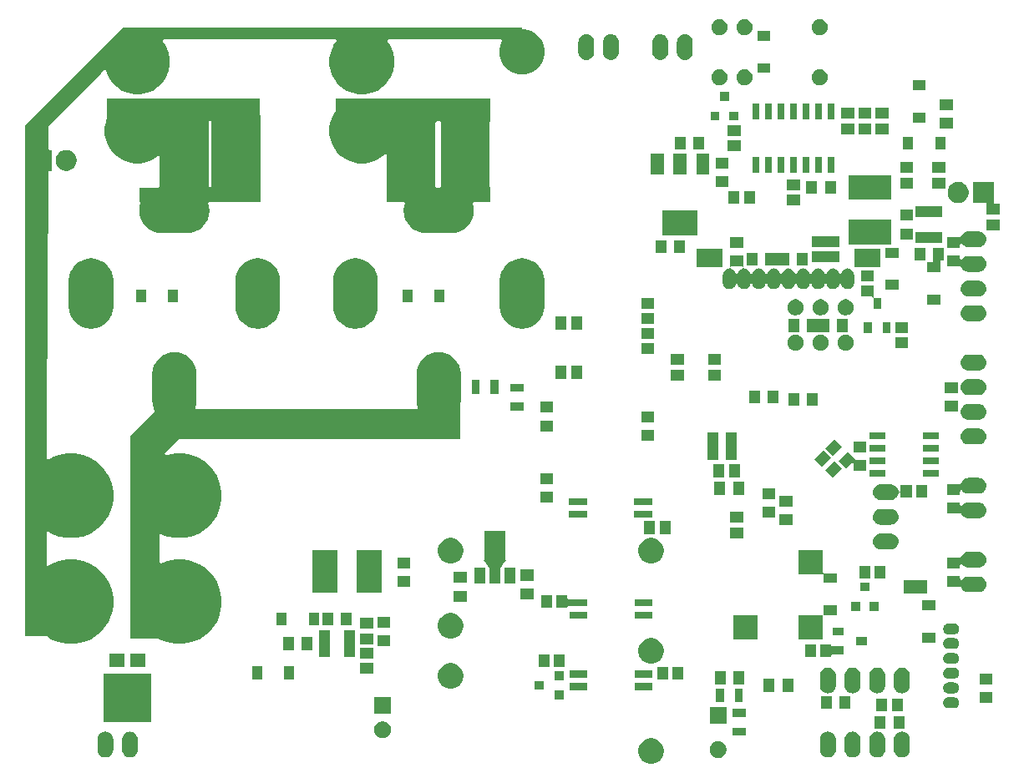
<source format=gbr>
G04 #@! TF.GenerationSoftware,KiCad,Pcbnew,(5.1.5)-3*
G04 #@! TF.CreationDate,2020-03-05T06:05:10+09:00*
G04 #@! TF.ProjectId,Electricity_Manager_40W,456c6563-7472-4696-9369-74795f4d616e,rev?*
G04 #@! TF.SameCoordinates,Original*
G04 #@! TF.FileFunction,Soldermask,Bot*
G04 #@! TF.FilePolarity,Negative*
%FSLAX46Y46*%
G04 Gerber Fmt 4.6, Leading zero omitted, Abs format (unit mm)*
G04 Created by KiCad (PCBNEW (5.1.5)-3) date 2020-03-05 06:05:10*
%MOMM*%
%LPD*%
G04 APERTURE LIST*
%ADD10C,0.100000*%
G04 APERTURE END LIST*
D10*
G36*
X112449487Y-171158996D02*
G01*
X112686253Y-171257068D01*
X112686255Y-171257069D01*
X112899339Y-171399447D01*
X113080553Y-171580661D01*
X113222932Y-171793747D01*
X113321004Y-172030513D01*
X113371000Y-172281861D01*
X113371000Y-172538139D01*
X113321004Y-172789487D01*
X113308724Y-172819133D01*
X113222931Y-173026255D01*
X113080553Y-173239339D01*
X112899339Y-173420553D01*
X112686255Y-173562931D01*
X112686254Y-173562932D01*
X112686253Y-173562932D01*
X112449487Y-173661004D01*
X112198139Y-173711000D01*
X111941861Y-173711000D01*
X111690513Y-173661004D01*
X111453747Y-173562932D01*
X111453746Y-173562932D01*
X111453745Y-173562931D01*
X111240661Y-173420553D01*
X111059447Y-173239339D01*
X110917069Y-173026255D01*
X110831276Y-172819133D01*
X110818996Y-172789487D01*
X110769000Y-172538139D01*
X110769000Y-172281861D01*
X110818996Y-172030513D01*
X110917068Y-171793747D01*
X111059447Y-171580661D01*
X111240661Y-171399447D01*
X111453745Y-171257069D01*
X111453747Y-171257068D01*
X111690513Y-171158996D01*
X111941861Y-171109000D01*
X112198139Y-171109000D01*
X112449487Y-171158996D01*
G37*
G36*
X119108228Y-171451703D02*
G01*
X119263100Y-171515853D01*
X119402481Y-171608985D01*
X119521015Y-171727519D01*
X119614147Y-171866900D01*
X119678297Y-172021772D01*
X119711000Y-172186184D01*
X119711000Y-172353816D01*
X119678297Y-172518228D01*
X119614147Y-172673100D01*
X119521015Y-172812481D01*
X119402481Y-172931015D01*
X119263100Y-173024147D01*
X119108228Y-173088297D01*
X118943816Y-173121000D01*
X118776184Y-173121000D01*
X118611772Y-173088297D01*
X118456900Y-173024147D01*
X118317519Y-172931015D01*
X118198985Y-172812481D01*
X118105853Y-172673100D01*
X118041703Y-172518228D01*
X118009000Y-172353816D01*
X118009000Y-172186184D01*
X118041703Y-172021772D01*
X118105853Y-171866900D01*
X118198985Y-171727519D01*
X118317519Y-171608985D01*
X118456900Y-171515853D01*
X118611772Y-171451703D01*
X118776184Y-171419000D01*
X118943816Y-171419000D01*
X119108228Y-171451703D01*
G37*
G36*
X130157022Y-170460590D02*
G01*
X130257681Y-170491125D01*
X130308012Y-170506392D01*
X130447164Y-170580771D01*
X130569133Y-170680867D01*
X130660731Y-170792480D01*
X130669229Y-170802835D01*
X130743608Y-170941987D01*
X130758875Y-170992318D01*
X130789410Y-171092977D01*
X130801000Y-171210655D01*
X130801000Y-172289345D01*
X130789410Y-172407023D01*
X130758875Y-172507682D01*
X130743608Y-172558013D01*
X130669229Y-172697165D01*
X130569133Y-172819133D01*
X130447165Y-172919229D01*
X130308013Y-172993608D01*
X130257682Y-173008875D01*
X130157023Y-173039410D01*
X130000000Y-173054875D01*
X129842978Y-173039410D01*
X129742319Y-173008875D01*
X129691988Y-172993608D01*
X129552836Y-172919229D01*
X129430868Y-172819133D01*
X129330772Y-172697165D01*
X129256393Y-172558013D01*
X129241126Y-172507682D01*
X129210591Y-172407023D01*
X129199001Y-172289345D01*
X129199000Y-171210656D01*
X129210590Y-171092978D01*
X129256392Y-170941989D01*
X129256392Y-170941988D01*
X129330771Y-170802836D01*
X129339270Y-170792480D01*
X129430867Y-170680867D01*
X129552835Y-170580771D01*
X129691987Y-170506392D01*
X129742318Y-170491125D01*
X129842977Y-170460590D01*
X130000000Y-170445125D01*
X130157022Y-170460590D01*
G37*
G36*
X56907023Y-170460590D02*
G01*
X57007682Y-170491125D01*
X57058013Y-170506392D01*
X57197165Y-170580771D01*
X57319133Y-170680867D01*
X57419229Y-170802835D01*
X57493608Y-170941987D01*
X57508875Y-170992318D01*
X57539410Y-171092977D01*
X57551000Y-171210655D01*
X57551000Y-172289345D01*
X57539410Y-172407023D01*
X57508875Y-172507682D01*
X57493608Y-172558013D01*
X57432094Y-172673097D01*
X57419229Y-172697165D01*
X57319133Y-172819133D01*
X57197164Y-172919229D01*
X57058012Y-172993608D01*
X57007681Y-173008875D01*
X56907022Y-173039410D01*
X56750000Y-173054875D01*
X56592977Y-173039410D01*
X56492318Y-173008875D01*
X56441987Y-172993608D01*
X56302835Y-172919229D01*
X56180867Y-172819133D01*
X56080771Y-172697164D01*
X56006393Y-172558013D01*
X56006392Y-172558012D01*
X55991125Y-172507681D01*
X55960590Y-172407022D01*
X55949000Y-172289344D01*
X55949001Y-171210655D01*
X55960591Y-171092977D01*
X55991126Y-170992318D01*
X56006393Y-170941987D01*
X56080772Y-170802835D01*
X56180868Y-170680867D01*
X56302836Y-170580771D01*
X56441988Y-170506392D01*
X56492319Y-170491125D01*
X56592978Y-170460590D01*
X56750000Y-170445125D01*
X56907023Y-170460590D01*
G37*
G36*
X59407023Y-170460590D02*
G01*
X59507682Y-170491125D01*
X59558013Y-170506392D01*
X59697165Y-170580771D01*
X59819133Y-170680867D01*
X59919229Y-170802835D01*
X59993608Y-170941987D01*
X60008875Y-170992318D01*
X60039410Y-171092977D01*
X60051000Y-171210655D01*
X60051000Y-172289345D01*
X60039410Y-172407023D01*
X60008875Y-172507682D01*
X59993608Y-172558013D01*
X59932094Y-172673097D01*
X59919229Y-172697165D01*
X59819133Y-172819133D01*
X59697164Y-172919229D01*
X59558012Y-172993608D01*
X59507681Y-173008875D01*
X59407022Y-173039410D01*
X59250000Y-173054875D01*
X59092977Y-173039410D01*
X58992318Y-173008875D01*
X58941987Y-172993608D01*
X58802835Y-172919229D01*
X58680867Y-172819133D01*
X58580771Y-172697164D01*
X58506393Y-172558013D01*
X58506392Y-172558012D01*
X58491125Y-172507681D01*
X58460590Y-172407022D01*
X58449000Y-172289344D01*
X58449001Y-171210655D01*
X58460591Y-171092977D01*
X58491126Y-170992318D01*
X58506393Y-170941987D01*
X58580772Y-170802835D01*
X58680868Y-170680867D01*
X58802836Y-170580771D01*
X58941988Y-170506392D01*
X58992319Y-170491125D01*
X59092978Y-170460590D01*
X59250000Y-170445125D01*
X59407023Y-170460590D01*
G37*
G36*
X137657022Y-170460590D02*
G01*
X137757681Y-170491125D01*
X137808012Y-170506392D01*
X137947164Y-170580771D01*
X138069133Y-170680867D01*
X138160731Y-170792480D01*
X138169229Y-170802835D01*
X138243608Y-170941987D01*
X138258875Y-170992318D01*
X138289410Y-171092977D01*
X138301000Y-171210655D01*
X138301000Y-172289345D01*
X138289410Y-172407023D01*
X138258875Y-172507682D01*
X138243608Y-172558013D01*
X138169229Y-172697165D01*
X138069133Y-172819133D01*
X137947165Y-172919229D01*
X137808013Y-172993608D01*
X137757682Y-173008875D01*
X137657023Y-173039410D01*
X137500000Y-173054875D01*
X137342978Y-173039410D01*
X137242319Y-173008875D01*
X137191988Y-172993608D01*
X137052836Y-172919229D01*
X136930868Y-172819133D01*
X136830772Y-172697165D01*
X136756393Y-172558013D01*
X136741126Y-172507682D01*
X136710591Y-172407023D01*
X136699001Y-172289345D01*
X136699000Y-171210656D01*
X136710590Y-171092978D01*
X136756392Y-170941989D01*
X136756392Y-170941988D01*
X136830771Y-170802836D01*
X136839270Y-170792480D01*
X136930867Y-170680867D01*
X137052835Y-170580771D01*
X137191987Y-170506392D01*
X137242318Y-170491125D01*
X137342977Y-170460590D01*
X137500000Y-170445125D01*
X137657022Y-170460590D01*
G37*
G36*
X135157022Y-170460590D02*
G01*
X135257681Y-170491125D01*
X135308012Y-170506392D01*
X135447164Y-170580771D01*
X135569133Y-170680867D01*
X135660731Y-170792480D01*
X135669229Y-170802835D01*
X135743608Y-170941987D01*
X135758875Y-170992318D01*
X135789410Y-171092977D01*
X135801000Y-171210655D01*
X135801000Y-172289345D01*
X135789410Y-172407023D01*
X135758875Y-172507682D01*
X135743608Y-172558013D01*
X135669229Y-172697165D01*
X135569133Y-172819133D01*
X135447165Y-172919229D01*
X135308013Y-172993608D01*
X135257682Y-173008875D01*
X135157023Y-173039410D01*
X135000000Y-173054875D01*
X134842978Y-173039410D01*
X134742319Y-173008875D01*
X134691988Y-172993608D01*
X134552836Y-172919229D01*
X134430868Y-172819133D01*
X134330772Y-172697165D01*
X134256393Y-172558013D01*
X134241126Y-172507682D01*
X134210591Y-172407023D01*
X134199001Y-172289345D01*
X134199000Y-171210656D01*
X134210590Y-171092978D01*
X134256392Y-170941989D01*
X134256392Y-170941988D01*
X134330771Y-170802836D01*
X134339270Y-170792480D01*
X134430867Y-170680867D01*
X134552835Y-170580771D01*
X134691987Y-170506392D01*
X134742318Y-170491125D01*
X134842977Y-170460590D01*
X135000000Y-170445125D01*
X135157022Y-170460590D01*
G37*
G36*
X132657022Y-170460590D02*
G01*
X132757681Y-170491125D01*
X132808012Y-170506392D01*
X132947164Y-170580771D01*
X133069133Y-170680867D01*
X133160731Y-170792480D01*
X133169229Y-170802835D01*
X133243608Y-170941987D01*
X133258875Y-170992318D01*
X133289410Y-171092977D01*
X133301000Y-171210655D01*
X133301000Y-172289345D01*
X133289410Y-172407023D01*
X133258875Y-172507682D01*
X133243608Y-172558013D01*
X133169229Y-172697165D01*
X133069133Y-172819133D01*
X132947165Y-172919229D01*
X132808013Y-172993608D01*
X132757682Y-173008875D01*
X132657023Y-173039410D01*
X132500000Y-173054875D01*
X132342978Y-173039410D01*
X132242319Y-173008875D01*
X132191988Y-172993608D01*
X132052836Y-172919229D01*
X131930868Y-172819133D01*
X131830772Y-172697165D01*
X131756393Y-172558013D01*
X131741126Y-172507682D01*
X131710591Y-172407023D01*
X131699001Y-172289345D01*
X131699000Y-171210656D01*
X131710590Y-171092978D01*
X131756392Y-170941989D01*
X131756392Y-170941988D01*
X131830771Y-170802836D01*
X131839270Y-170792480D01*
X131930867Y-170680867D01*
X132052835Y-170580771D01*
X132191987Y-170506392D01*
X132242318Y-170491125D01*
X132342977Y-170460590D01*
X132500000Y-170445125D01*
X132657022Y-170460590D01*
G37*
G36*
X85098228Y-169431703D02*
G01*
X85253100Y-169495853D01*
X85392481Y-169588985D01*
X85511015Y-169707519D01*
X85604147Y-169846900D01*
X85668297Y-170001772D01*
X85701000Y-170166184D01*
X85701000Y-170333816D01*
X85668297Y-170498228D01*
X85604147Y-170653100D01*
X85511015Y-170792481D01*
X85392481Y-170911015D01*
X85253100Y-171004147D01*
X85098228Y-171068297D01*
X84933816Y-171101000D01*
X84766184Y-171101000D01*
X84601772Y-171068297D01*
X84446900Y-171004147D01*
X84307519Y-170911015D01*
X84188985Y-170792481D01*
X84095853Y-170653100D01*
X84031703Y-170498228D01*
X83999000Y-170333816D01*
X83999000Y-170166184D01*
X84031703Y-170001772D01*
X84095853Y-169846900D01*
X84188985Y-169707519D01*
X84307519Y-169588985D01*
X84446900Y-169495853D01*
X84601772Y-169431703D01*
X84766184Y-169399000D01*
X84933816Y-169399000D01*
X85098228Y-169431703D01*
G37*
G36*
X121701000Y-170851000D02*
G01*
X120299000Y-170851000D01*
X120299000Y-170049000D01*
X121701000Y-170049000D01*
X121701000Y-170851000D01*
G37*
G36*
X137731000Y-170151000D02*
G01*
X136629000Y-170151000D01*
X136629000Y-168849000D01*
X137731000Y-168849000D01*
X137731000Y-170151000D01*
G37*
G36*
X135851000Y-170151000D02*
G01*
X134749000Y-170151000D01*
X134749000Y-168849000D01*
X135851000Y-168849000D01*
X135851000Y-170151000D01*
G37*
G36*
X119711000Y-169621000D02*
G01*
X118009000Y-169621000D01*
X118009000Y-167919000D01*
X119711000Y-167919000D01*
X119711000Y-169621000D01*
G37*
G36*
X61411000Y-169491000D02*
G01*
X56589000Y-169491000D01*
X56589000Y-164589000D01*
X61411000Y-164589000D01*
X61411000Y-169491000D01*
G37*
G36*
X121701000Y-168951000D02*
G01*
X120299000Y-168951000D01*
X120299000Y-168149000D01*
X121701000Y-168149000D01*
X121701000Y-168951000D01*
G37*
G36*
X85701000Y-168601000D02*
G01*
X83999000Y-168601000D01*
X83999000Y-166899000D01*
X85701000Y-166899000D01*
X85701000Y-168601000D01*
G37*
G36*
X137581000Y-168401000D02*
G01*
X136479000Y-168401000D01*
X136479000Y-167099000D01*
X137581000Y-167099000D01*
X137581000Y-168401000D01*
G37*
G36*
X136021000Y-168401000D02*
G01*
X134919000Y-168401000D01*
X134919000Y-167099000D01*
X136021000Y-167099000D01*
X136021000Y-168401000D01*
G37*
G36*
X130371000Y-168151000D02*
G01*
X129269000Y-168151000D01*
X129269000Y-166849000D01*
X130371000Y-166849000D01*
X130371000Y-168151000D01*
G37*
G36*
X132251000Y-168151000D02*
G01*
X131149000Y-168151000D01*
X131149000Y-166849000D01*
X132251000Y-166849000D01*
X132251000Y-168151000D01*
G37*
G36*
X142870015Y-166956973D02*
G01*
X142973879Y-166988479D01*
X143001055Y-167003005D01*
X143069600Y-167039643D01*
X143153501Y-167108499D01*
X143222357Y-167192400D01*
X143258995Y-167260945D01*
X143273521Y-167288121D01*
X143305027Y-167391985D01*
X143315666Y-167500000D01*
X143305027Y-167608015D01*
X143273521Y-167711879D01*
X143273519Y-167711882D01*
X143222357Y-167807600D01*
X143153501Y-167891501D01*
X143069600Y-167960357D01*
X143001055Y-167996995D01*
X142973879Y-168011521D01*
X142870015Y-168043027D01*
X142789067Y-168051000D01*
X142210933Y-168051000D01*
X142129985Y-168043027D01*
X142026121Y-168011521D01*
X141998945Y-167996995D01*
X141930400Y-167960357D01*
X141846499Y-167891501D01*
X141777643Y-167807600D01*
X141726481Y-167711882D01*
X141726479Y-167711879D01*
X141694973Y-167608015D01*
X141684334Y-167500000D01*
X141694973Y-167391985D01*
X141726479Y-167288121D01*
X141741005Y-167260945D01*
X141777643Y-167192400D01*
X141846499Y-167108499D01*
X141930400Y-167039643D01*
X141998945Y-167003005D01*
X142026121Y-166988479D01*
X142129985Y-166956973D01*
X142210933Y-166949000D01*
X142789067Y-166949000D01*
X142870015Y-166956973D01*
G37*
G36*
X146651000Y-167501000D02*
G01*
X145349000Y-167501000D01*
X145349000Y-166399000D01*
X146651000Y-166399000D01*
X146651000Y-167501000D01*
G37*
G36*
X119451000Y-167451000D02*
G01*
X118649000Y-167451000D01*
X118649000Y-166049000D01*
X119451000Y-166049000D01*
X119451000Y-167451000D01*
G37*
G36*
X121351000Y-167451000D02*
G01*
X120549000Y-167451000D01*
X120549000Y-166049000D01*
X121351000Y-166049000D01*
X121351000Y-167451000D01*
G37*
G36*
X103201810Y-167151050D02*
G01*
X102299710Y-167151050D01*
X102299710Y-166248950D01*
X103201810Y-166248950D01*
X103201810Y-167151050D01*
G37*
G36*
X137657023Y-163960590D02*
G01*
X137748961Y-163988479D01*
X137808013Y-164006392D01*
X137947165Y-164080771D01*
X138069133Y-164180867D01*
X138169229Y-164302835D01*
X138243608Y-164441987D01*
X138243608Y-164441988D01*
X138289410Y-164592977D01*
X138301000Y-164710655D01*
X138301000Y-165789345D01*
X138289410Y-165907023D01*
X138278517Y-165942931D01*
X138243608Y-166058013D01*
X138225976Y-166091000D01*
X138169229Y-166197165D01*
X138069133Y-166319133D01*
X137980951Y-166391501D01*
X137947164Y-166419229D01*
X137808012Y-166493608D01*
X137757681Y-166508875D01*
X137657022Y-166539410D01*
X137500000Y-166554875D01*
X137342977Y-166539410D01*
X137242318Y-166508875D01*
X137191987Y-166493608D01*
X137052835Y-166419229D01*
X137019048Y-166391501D01*
X136930867Y-166319133D01*
X136830771Y-166197164D01*
X136756392Y-166058012D01*
X136738795Y-166000000D01*
X136710590Y-165907022D01*
X136699000Y-165789344D01*
X136699001Y-164710655D01*
X136710591Y-164592977D01*
X136756393Y-164441988D01*
X136756393Y-164441987D01*
X136830772Y-164302835D01*
X136930868Y-164180867D01*
X137052836Y-164080771D01*
X137191988Y-164006392D01*
X137251040Y-163988479D01*
X137342978Y-163960590D01*
X137500000Y-163945125D01*
X137657023Y-163960590D01*
G37*
G36*
X135157023Y-163960590D02*
G01*
X135248961Y-163988479D01*
X135308013Y-164006392D01*
X135447165Y-164080771D01*
X135569133Y-164180867D01*
X135669229Y-164302835D01*
X135743608Y-164441987D01*
X135743608Y-164441988D01*
X135789410Y-164592977D01*
X135801000Y-164710655D01*
X135801000Y-165789345D01*
X135789410Y-165907023D01*
X135778517Y-165942931D01*
X135743608Y-166058013D01*
X135725976Y-166091000D01*
X135669229Y-166197165D01*
X135569133Y-166319133D01*
X135480951Y-166391501D01*
X135447164Y-166419229D01*
X135308012Y-166493608D01*
X135257681Y-166508875D01*
X135157022Y-166539410D01*
X135000000Y-166554875D01*
X134842977Y-166539410D01*
X134742318Y-166508875D01*
X134691987Y-166493608D01*
X134552835Y-166419229D01*
X134519048Y-166391501D01*
X134430867Y-166319133D01*
X134330771Y-166197164D01*
X134256392Y-166058012D01*
X134238795Y-166000000D01*
X134210590Y-165907022D01*
X134199000Y-165789344D01*
X134199001Y-164710655D01*
X134210591Y-164592977D01*
X134256393Y-164441988D01*
X134256393Y-164441987D01*
X134330772Y-164302835D01*
X134430868Y-164180867D01*
X134552836Y-164080771D01*
X134691988Y-164006392D01*
X134751040Y-163988479D01*
X134842978Y-163960590D01*
X135000000Y-163945125D01*
X135157023Y-163960590D01*
G37*
G36*
X130157023Y-163960590D02*
G01*
X130248961Y-163988479D01*
X130308013Y-164006392D01*
X130447165Y-164080771D01*
X130569133Y-164180867D01*
X130669229Y-164302835D01*
X130743608Y-164441987D01*
X130743608Y-164441988D01*
X130789410Y-164592977D01*
X130801000Y-164710655D01*
X130801000Y-165789345D01*
X130789410Y-165907023D01*
X130778517Y-165942931D01*
X130743608Y-166058013D01*
X130725976Y-166091000D01*
X130669229Y-166197165D01*
X130569133Y-166319133D01*
X130480951Y-166391501D01*
X130447164Y-166419229D01*
X130308012Y-166493608D01*
X130257681Y-166508875D01*
X130157022Y-166539410D01*
X130000000Y-166554875D01*
X129842977Y-166539410D01*
X129742318Y-166508875D01*
X129691987Y-166493608D01*
X129552835Y-166419229D01*
X129519048Y-166391501D01*
X129430867Y-166319133D01*
X129330771Y-166197164D01*
X129256392Y-166058012D01*
X129238795Y-166000000D01*
X129210590Y-165907022D01*
X129199000Y-165789344D01*
X129199001Y-164710655D01*
X129210591Y-164592977D01*
X129256393Y-164441988D01*
X129256393Y-164441987D01*
X129330772Y-164302835D01*
X129430868Y-164180867D01*
X129552836Y-164080771D01*
X129691988Y-164006392D01*
X129751040Y-163988479D01*
X129842978Y-163960590D01*
X130000000Y-163945125D01*
X130157023Y-163960590D01*
G37*
G36*
X132657023Y-163960590D02*
G01*
X132748961Y-163988479D01*
X132808013Y-164006392D01*
X132947165Y-164080771D01*
X133069133Y-164180867D01*
X133169229Y-164302835D01*
X133243608Y-164441987D01*
X133243608Y-164441988D01*
X133289410Y-164592977D01*
X133301000Y-164710655D01*
X133301000Y-165789345D01*
X133289410Y-165907023D01*
X133278517Y-165942931D01*
X133243608Y-166058013D01*
X133225976Y-166091000D01*
X133169229Y-166197165D01*
X133069133Y-166319133D01*
X132980951Y-166391501D01*
X132947164Y-166419229D01*
X132808012Y-166493608D01*
X132757681Y-166508875D01*
X132657022Y-166539410D01*
X132500000Y-166554875D01*
X132342977Y-166539410D01*
X132242318Y-166508875D01*
X132191987Y-166493608D01*
X132052835Y-166419229D01*
X132019048Y-166391501D01*
X131930867Y-166319133D01*
X131830771Y-166197164D01*
X131756392Y-166058012D01*
X131738795Y-166000000D01*
X131710590Y-165907022D01*
X131699000Y-165789344D01*
X131699001Y-164710655D01*
X131710591Y-164592977D01*
X131756393Y-164441988D01*
X131756393Y-164441987D01*
X131830772Y-164302835D01*
X131930868Y-164180867D01*
X132052836Y-164080771D01*
X132191988Y-164006392D01*
X132251040Y-163988479D01*
X132342978Y-163960590D01*
X132500000Y-163945125D01*
X132657023Y-163960590D01*
G37*
G36*
X142870015Y-165456973D02*
G01*
X142973879Y-165488479D01*
X143001055Y-165503005D01*
X143069600Y-165539643D01*
X143153501Y-165608499D01*
X143222357Y-165692400D01*
X143258995Y-165760945D01*
X143273521Y-165788121D01*
X143305027Y-165891985D01*
X143315666Y-166000000D01*
X143305027Y-166108015D01*
X143273521Y-166211879D01*
X143273519Y-166211882D01*
X143222357Y-166307600D01*
X143153501Y-166391501D01*
X143069600Y-166460357D01*
X143007391Y-166493608D01*
X142973879Y-166511521D01*
X142870015Y-166543027D01*
X142789067Y-166551000D01*
X142210933Y-166551000D01*
X142129985Y-166543027D01*
X142026121Y-166511521D01*
X141992609Y-166493608D01*
X141930400Y-166460357D01*
X141846499Y-166391501D01*
X141777643Y-166307600D01*
X141726481Y-166211882D01*
X141726479Y-166211879D01*
X141694973Y-166108015D01*
X141684334Y-166000000D01*
X141694973Y-165891985D01*
X141726479Y-165788121D01*
X141741005Y-165760945D01*
X141777643Y-165692400D01*
X141846499Y-165608499D01*
X141930400Y-165539643D01*
X141998945Y-165503005D01*
X142026121Y-165488479D01*
X142129985Y-165456973D01*
X142210933Y-165449000D01*
X142789067Y-165449000D01*
X142870015Y-165456973D01*
G37*
G36*
X124601000Y-166401000D02*
G01*
X123499000Y-166401000D01*
X123499000Y-165099000D01*
X124601000Y-165099000D01*
X124601000Y-166401000D01*
G37*
G36*
X126481000Y-166401000D02*
G01*
X125379000Y-166401000D01*
X125379000Y-165099000D01*
X126481000Y-165099000D01*
X126481000Y-166401000D01*
G37*
G36*
X105601000Y-166261000D02*
G01*
X103799000Y-166261000D01*
X103799000Y-165509000D01*
X105601000Y-165509000D01*
X105601000Y-166261000D01*
G37*
G36*
X112201000Y-166261000D02*
G01*
X110399000Y-166261000D01*
X110399000Y-165509000D01*
X112201000Y-165509000D01*
X112201000Y-166261000D01*
G37*
G36*
X101202830Y-166201050D02*
G01*
X100300730Y-166201050D01*
X100300730Y-165298950D01*
X101202830Y-165298950D01*
X101202830Y-166201050D01*
G37*
G36*
X92129487Y-163538996D02*
G01*
X92366253Y-163637068D01*
X92366255Y-163637069D01*
X92579339Y-163779447D01*
X92760553Y-163960661D01*
X92902932Y-164173747D01*
X93001004Y-164410513D01*
X93051000Y-164661861D01*
X93051000Y-164918139D01*
X93001004Y-165169487D01*
X92967219Y-165251050D01*
X92902931Y-165406255D01*
X92760553Y-165619339D01*
X92579339Y-165800553D01*
X92366255Y-165942931D01*
X92366254Y-165942932D01*
X92366253Y-165942932D01*
X92129487Y-166041004D01*
X91878139Y-166091000D01*
X91621861Y-166091000D01*
X91370513Y-166041004D01*
X91133747Y-165942932D01*
X91133746Y-165942932D01*
X91133745Y-165942931D01*
X90920661Y-165800553D01*
X90739447Y-165619339D01*
X90597069Y-165406255D01*
X90532781Y-165251050D01*
X90498996Y-165169487D01*
X90449000Y-164918139D01*
X90449000Y-164661861D01*
X90498996Y-164410513D01*
X90597068Y-164173747D01*
X90739447Y-163960661D01*
X90920661Y-163779447D01*
X91133745Y-163637069D01*
X91133747Y-163637068D01*
X91370513Y-163538996D01*
X91621861Y-163489000D01*
X91878139Y-163489000D01*
X92129487Y-163538996D01*
G37*
G36*
X121501000Y-165651000D02*
G01*
X120399000Y-165651000D01*
X120399000Y-164349000D01*
X121501000Y-164349000D01*
X121501000Y-165651000D01*
G37*
G36*
X119621000Y-165651000D02*
G01*
X118519000Y-165651000D01*
X118519000Y-164349000D01*
X119621000Y-164349000D01*
X119621000Y-165651000D01*
G37*
G36*
X146651000Y-165621000D02*
G01*
X145349000Y-165621000D01*
X145349000Y-164519000D01*
X146651000Y-164519000D01*
X146651000Y-165621000D01*
G37*
G36*
X103201810Y-165251050D02*
G01*
X102299710Y-165251050D01*
X102299710Y-164348950D01*
X103201810Y-164348950D01*
X103201810Y-165251050D01*
G37*
G36*
X72621000Y-165161000D02*
G01*
X71609000Y-165161000D01*
X71609000Y-163839000D01*
X72621000Y-163839000D01*
X72621000Y-165161000D01*
G37*
G36*
X75891000Y-165161000D02*
G01*
X74879000Y-165161000D01*
X74879000Y-163839000D01*
X75891000Y-163839000D01*
X75891000Y-165161000D01*
G37*
G36*
X115331000Y-165151000D02*
G01*
X114229000Y-165151000D01*
X114229000Y-163849000D01*
X115331000Y-163849000D01*
X115331000Y-165151000D01*
G37*
G36*
X113771000Y-165151000D02*
G01*
X112669000Y-165151000D01*
X112669000Y-163849000D01*
X113771000Y-163849000D01*
X113771000Y-165151000D01*
G37*
G36*
X142870015Y-163956973D02*
G01*
X142973879Y-163988479D01*
X143001055Y-164003005D01*
X143069600Y-164039643D01*
X143153501Y-164108499D01*
X143222357Y-164192400D01*
X143247265Y-164239000D01*
X143273521Y-164288121D01*
X143305027Y-164391985D01*
X143315666Y-164500000D01*
X143305027Y-164608015D01*
X143273521Y-164711879D01*
X143273519Y-164711882D01*
X143222357Y-164807600D01*
X143153501Y-164891501D01*
X143069600Y-164960357D01*
X143001055Y-164996995D01*
X142973879Y-165011521D01*
X142870015Y-165043027D01*
X142789067Y-165051000D01*
X142210933Y-165051000D01*
X142129985Y-165043027D01*
X142026121Y-165011521D01*
X141998945Y-164996995D01*
X141930400Y-164960357D01*
X141846499Y-164891501D01*
X141777643Y-164807600D01*
X141726481Y-164711882D01*
X141726479Y-164711879D01*
X141694973Y-164608015D01*
X141684334Y-164500000D01*
X141694973Y-164391985D01*
X141726479Y-164288121D01*
X141752735Y-164239000D01*
X141777643Y-164192400D01*
X141846499Y-164108499D01*
X141930400Y-164039643D01*
X141998945Y-164003005D01*
X142026121Y-163988479D01*
X142129985Y-163956973D01*
X142210933Y-163949000D01*
X142789067Y-163949000D01*
X142870015Y-163956973D01*
G37*
G36*
X112201000Y-164991000D02*
G01*
X110399000Y-164991000D01*
X110399000Y-164239000D01*
X112201000Y-164239000D01*
X112201000Y-164991000D01*
G37*
G36*
X105601000Y-164991000D02*
G01*
X103799000Y-164991000D01*
X103799000Y-164239000D01*
X105601000Y-164239000D01*
X105601000Y-164991000D01*
G37*
G36*
X83901000Y-164581000D02*
G01*
X82599000Y-164581000D01*
X82599000Y-163479000D01*
X83901000Y-163479000D01*
X83901000Y-164581000D01*
G37*
G36*
X60791000Y-163921000D02*
G01*
X59289000Y-163921000D01*
X59289000Y-162549000D01*
X60791000Y-162549000D01*
X60791000Y-163921000D01*
G37*
G36*
X58711000Y-163921000D02*
G01*
X57209000Y-163921000D01*
X57209000Y-162549000D01*
X58711000Y-162549000D01*
X58711000Y-163921000D01*
G37*
G36*
X103331000Y-163901000D02*
G01*
X102229000Y-163901000D01*
X102229000Y-162599000D01*
X103331000Y-162599000D01*
X103331000Y-163901000D01*
G37*
G36*
X101771000Y-163901000D02*
G01*
X100669000Y-163901000D01*
X100669000Y-162599000D01*
X101771000Y-162599000D01*
X101771000Y-163901000D01*
G37*
G36*
X142870015Y-162456973D02*
G01*
X142973879Y-162488479D01*
X143001055Y-162503005D01*
X143069600Y-162539643D01*
X143153501Y-162608499D01*
X143222357Y-162692400D01*
X143258995Y-162760945D01*
X143273521Y-162788121D01*
X143305027Y-162891985D01*
X143315666Y-163000000D01*
X143305027Y-163108015D01*
X143273521Y-163211879D01*
X143273519Y-163211882D01*
X143222357Y-163307600D01*
X143153501Y-163391501D01*
X143069600Y-163460357D01*
X143016012Y-163489000D01*
X142973879Y-163511521D01*
X142870015Y-163543027D01*
X142789067Y-163551000D01*
X142210933Y-163551000D01*
X142129985Y-163543027D01*
X142026121Y-163511521D01*
X141983988Y-163489000D01*
X141930400Y-163460357D01*
X141846499Y-163391501D01*
X141777643Y-163307600D01*
X141726481Y-163211882D01*
X141726479Y-163211879D01*
X141694973Y-163108015D01*
X141684334Y-163000000D01*
X141694973Y-162891985D01*
X141726479Y-162788121D01*
X141741005Y-162760945D01*
X141777643Y-162692400D01*
X141846499Y-162608499D01*
X141930400Y-162539643D01*
X141998945Y-162503005D01*
X142026121Y-162488479D01*
X142129985Y-162456973D01*
X142210933Y-162449000D01*
X142789067Y-162449000D01*
X142870015Y-162456973D01*
G37*
G36*
X112449487Y-160998996D02*
G01*
X112686253Y-161097068D01*
X112686255Y-161097069D01*
X112899339Y-161239447D01*
X113080553Y-161420661D01*
X113205739Y-161608015D01*
X113222932Y-161633747D01*
X113321004Y-161870513D01*
X113371000Y-162121861D01*
X113371000Y-162378139D01*
X113321004Y-162629487D01*
X113255295Y-162788121D01*
X113222931Y-162866255D01*
X113080553Y-163079339D01*
X112899339Y-163260553D01*
X112686255Y-163402931D01*
X112686254Y-163402932D01*
X112686253Y-163402932D01*
X112449487Y-163501004D01*
X112198139Y-163551000D01*
X111941861Y-163551000D01*
X111690513Y-163501004D01*
X111453747Y-163402932D01*
X111453746Y-163402932D01*
X111453745Y-163402931D01*
X111240661Y-163260553D01*
X111059447Y-163079339D01*
X110917069Y-162866255D01*
X110884705Y-162788121D01*
X110818996Y-162629487D01*
X110769000Y-162378139D01*
X110769000Y-162121861D01*
X110818996Y-161870513D01*
X110917068Y-161633747D01*
X110934262Y-161608015D01*
X111059447Y-161420661D01*
X111240661Y-161239447D01*
X111453745Y-161097069D01*
X111453747Y-161097068D01*
X111690513Y-160998996D01*
X111941861Y-160949000D01*
X112198139Y-160949000D01*
X112449487Y-160998996D01*
G37*
G36*
X83901000Y-163021000D02*
G01*
X82599000Y-163021000D01*
X82599000Y-161919000D01*
X83901000Y-161919000D01*
X83901000Y-163021000D01*
G37*
G36*
X130331000Y-161674001D02*
G01*
X130333402Y-161698387D01*
X130340515Y-161721836D01*
X130352066Y-161743447D01*
X130367611Y-161762389D01*
X130386553Y-161777934D01*
X130408164Y-161789485D01*
X130431613Y-161796598D01*
X130455999Y-161799000D01*
X131601000Y-161799000D01*
X131601000Y-162601000D01*
X130455999Y-162601000D01*
X130431613Y-162603402D01*
X130408164Y-162610515D01*
X130386553Y-162622066D01*
X130367611Y-162637611D01*
X130352066Y-162656553D01*
X130340515Y-162678164D01*
X130333402Y-162701613D01*
X130331000Y-162725999D01*
X130331000Y-162901000D01*
X129229000Y-162901000D01*
X129229000Y-161599000D01*
X130331000Y-161599000D01*
X130331000Y-161674001D01*
G37*
G36*
X128771000Y-162901000D02*
G01*
X127669000Y-162901000D01*
X127669000Y-161599000D01*
X128771000Y-161599000D01*
X128771000Y-162901000D01*
G37*
G36*
X79500900Y-162846400D02*
G01*
X78398140Y-162846400D01*
X78398140Y-160153600D01*
X79500900Y-160153600D01*
X79500900Y-162846400D01*
G37*
G36*
X82101860Y-162846400D02*
G01*
X80999100Y-162846400D01*
X80999100Y-160153600D01*
X82101860Y-160153600D01*
X82101860Y-162846400D01*
G37*
G36*
X77751000Y-162151000D02*
G01*
X76649000Y-162151000D01*
X76649000Y-160849000D01*
X77751000Y-160849000D01*
X77751000Y-162151000D01*
G37*
G36*
X75871000Y-162151000D02*
G01*
X74769000Y-162151000D01*
X74769000Y-160849000D01*
X75871000Y-160849000D01*
X75871000Y-162151000D01*
G37*
G36*
X142870015Y-160956973D02*
G01*
X142973879Y-160988479D01*
X142993556Y-160998997D01*
X143069600Y-161039643D01*
X143153501Y-161108499D01*
X143222357Y-161192400D01*
X143247504Y-161239447D01*
X143273521Y-161288121D01*
X143305027Y-161391985D01*
X143315666Y-161500000D01*
X143305027Y-161608015D01*
X143273521Y-161711879D01*
X143273519Y-161711882D01*
X143222357Y-161807600D01*
X143153501Y-161891501D01*
X143069600Y-161960357D01*
X143001055Y-161996995D01*
X142973879Y-162011521D01*
X142870015Y-162043027D01*
X142789067Y-162051000D01*
X142210933Y-162051000D01*
X142129985Y-162043027D01*
X142026121Y-162011521D01*
X141998945Y-161996995D01*
X141930400Y-161960357D01*
X141846499Y-161891501D01*
X141777643Y-161807600D01*
X141726481Y-161711882D01*
X141726479Y-161711879D01*
X141694973Y-161608015D01*
X141684334Y-161500000D01*
X141694973Y-161391985D01*
X141726479Y-161288121D01*
X141752496Y-161239447D01*
X141777643Y-161192400D01*
X141846499Y-161108499D01*
X141930400Y-161039643D01*
X142006444Y-160998997D01*
X142026121Y-160988479D01*
X142129985Y-160956973D01*
X142210933Y-160949000D01*
X142789067Y-160949000D01*
X142870015Y-160956973D01*
G37*
G36*
X85651000Y-161751000D02*
G01*
X84349000Y-161751000D01*
X84349000Y-160649000D01*
X85651000Y-160649000D01*
X85651000Y-161751000D01*
G37*
G36*
X134001000Y-161651000D02*
G01*
X132899000Y-161651000D01*
X132899000Y-160849000D01*
X134001000Y-160849000D01*
X134001000Y-161651000D01*
G37*
G36*
X83901000Y-161581000D02*
G01*
X82599000Y-161581000D01*
X82599000Y-160479000D01*
X83901000Y-160479000D01*
X83901000Y-161581000D01*
G37*
G36*
X99000000Y-99073561D02*
G01*
X99002402Y-99097947D01*
X99009515Y-99121396D01*
X99021066Y-99143007D01*
X99036611Y-99161949D01*
X99055553Y-99177494D01*
X99077164Y-99189045D01*
X99100613Y-99196158D01*
X99124999Y-99198560D01*
X99226673Y-99198560D01*
X99671304Y-99287002D01*
X100090139Y-99460489D01*
X100090141Y-99460490D01*
X100176592Y-99518255D01*
X100464442Y-99710590D01*
X100467083Y-99712355D01*
X100787645Y-100032917D01*
X101030073Y-100395735D01*
X101039511Y-100409861D01*
X101212998Y-100828696D01*
X101301440Y-101273327D01*
X101301440Y-101726673D01*
X101212998Y-102171304D01*
X101039511Y-102590139D01*
X100787646Y-102967082D01*
X100467082Y-103287646D01*
X100375265Y-103348996D01*
X100090141Y-103539510D01*
X100090140Y-103539511D01*
X100090139Y-103539511D01*
X99671304Y-103712998D01*
X99226673Y-103801440D01*
X98773327Y-103801440D01*
X98328696Y-103712998D01*
X97909861Y-103539511D01*
X97909860Y-103539511D01*
X97909859Y-103539510D01*
X97624735Y-103348996D01*
X97532918Y-103287646D01*
X97212354Y-102967082D01*
X96960489Y-102590139D01*
X96787002Y-102171304D01*
X96698560Y-101726673D01*
X96698560Y-101273327D01*
X96787002Y-100828695D01*
X96955115Y-100422834D01*
X96962228Y-100399385D01*
X96964630Y-100374999D01*
X96962228Y-100350613D01*
X96955115Y-100327164D01*
X96943564Y-100305553D01*
X96928019Y-100286611D01*
X96909077Y-100271066D01*
X96887466Y-100259515D01*
X96864017Y-100252402D01*
X96839631Y-100250000D01*
X85450533Y-100250000D01*
X85426147Y-100252402D01*
X85402698Y-100259515D01*
X85381087Y-100271066D01*
X85362145Y-100286611D01*
X85346600Y-100305553D01*
X85335049Y-100327164D01*
X85327936Y-100350613D01*
X85325534Y-100374999D01*
X85327936Y-100399385D01*
X85335049Y-100422834D01*
X85346596Y-100444438D01*
X85603349Y-100828696D01*
X85675309Y-100936392D01*
X85924145Y-101537135D01*
X86051000Y-102174879D01*
X86051000Y-102825121D01*
X85924145Y-103462865D01*
X85701687Y-103999925D01*
X85675308Y-104063610D01*
X85314054Y-104604265D01*
X84854265Y-105064054D01*
X84313610Y-105425308D01*
X84313609Y-105425309D01*
X84313608Y-105425309D01*
X83712865Y-105674145D01*
X83075121Y-105801000D01*
X82424879Y-105801000D01*
X81787135Y-105674145D01*
X81186392Y-105425309D01*
X81186391Y-105425309D01*
X81186390Y-105425308D01*
X80645735Y-105064054D01*
X80185946Y-104604265D01*
X79824692Y-104063610D01*
X79798313Y-103999925D01*
X79575855Y-103462865D01*
X79449000Y-102825121D01*
X79449000Y-102174879D01*
X79575855Y-101537135D01*
X79824691Y-100936392D01*
X79896651Y-100828696D01*
X80153404Y-100444438D01*
X80164951Y-100422834D01*
X80172064Y-100399385D01*
X80174466Y-100374999D01*
X80172064Y-100350613D01*
X80164951Y-100327164D01*
X80153400Y-100305553D01*
X80137855Y-100286611D01*
X80118913Y-100271066D01*
X80097302Y-100259515D01*
X80073853Y-100252402D01*
X80049467Y-100250000D01*
X62700533Y-100250000D01*
X62676147Y-100252402D01*
X62652698Y-100259515D01*
X62631087Y-100271066D01*
X62612145Y-100286611D01*
X62596600Y-100305553D01*
X62585049Y-100327164D01*
X62577936Y-100350613D01*
X62575534Y-100374999D01*
X62577936Y-100399385D01*
X62585049Y-100422834D01*
X62596596Y-100444438D01*
X62853349Y-100828696D01*
X62925309Y-100936392D01*
X63174145Y-101537135D01*
X63301000Y-102174879D01*
X63301000Y-102825121D01*
X63174145Y-103462865D01*
X62951687Y-103999925D01*
X62925308Y-104063610D01*
X62564054Y-104604265D01*
X62104265Y-105064054D01*
X61563610Y-105425308D01*
X61563609Y-105425309D01*
X61563608Y-105425309D01*
X60962865Y-105674145D01*
X60325121Y-105801000D01*
X59674879Y-105801000D01*
X59037135Y-105674145D01*
X58436392Y-105425309D01*
X58436391Y-105425309D01*
X58436390Y-105425308D01*
X57895735Y-105064054D01*
X57435946Y-104604265D01*
X57074692Y-104063610D01*
X57048313Y-103999925D01*
X56825855Y-103462865D01*
X56819028Y-103428543D01*
X56811915Y-103405094D01*
X56800364Y-103383483D01*
X56784819Y-103364541D01*
X56765877Y-103348996D01*
X56744267Y-103337444D01*
X56720818Y-103330331D01*
X56696432Y-103327929D01*
X56672046Y-103330331D01*
X56648597Y-103337444D01*
X56626986Y-103348995D01*
X56604833Y-103367872D01*
X56301165Y-103694900D01*
X56250000Y-103750000D01*
X51036362Y-108963638D01*
X51020817Y-108982580D01*
X51009266Y-109004191D01*
X51002153Y-109027640D01*
X50999752Y-109051422D01*
X50988854Y-111307397D01*
X50991138Y-111331795D01*
X50998138Y-111355278D01*
X51009585Y-111376944D01*
X51025038Y-111395961D01*
X51043905Y-111411597D01*
X51065460Y-111423253D01*
X51088874Y-111430479D01*
X51113852Y-111433000D01*
X51317000Y-111433000D01*
X51317000Y-113567000D01*
X51102335Y-113567000D01*
X51077949Y-113569402D01*
X51054500Y-113576515D01*
X51032889Y-113588066D01*
X51013947Y-113603611D01*
X50998402Y-113622553D01*
X50986851Y-113644164D01*
X50979738Y-113667613D01*
X50977337Y-113691395D01*
X50854585Y-139101000D01*
X50839429Y-142238298D01*
X50837174Y-142704969D01*
X50839458Y-142729367D01*
X50846458Y-142752850D01*
X50857905Y-142774516D01*
X50873358Y-142793533D01*
X50892225Y-142809169D01*
X50913780Y-142820825D01*
X50937194Y-142828051D01*
X50961568Y-142830571D01*
X50985966Y-142828287D01*
X51009449Y-142821287D01*
X51031618Y-142809506D01*
X51188069Y-142704969D01*
X51212712Y-142688503D01*
X51359392Y-142627746D01*
X51995446Y-142364284D01*
X52826387Y-142199000D01*
X53673613Y-142199000D01*
X54504554Y-142364284D01*
X55140608Y-142627746D01*
X55287288Y-142688503D01*
X55991728Y-143159195D01*
X56590805Y-143758272D01*
X56661450Y-143864000D01*
X57061498Y-144462714D01*
X57385716Y-145245446D01*
X57551000Y-146076387D01*
X57551000Y-146923613D01*
X57385716Y-147754554D01*
X57061498Y-148537286D01*
X57061497Y-148537288D01*
X56590805Y-149241728D01*
X55991728Y-149840805D01*
X55287288Y-150311497D01*
X55287287Y-150311498D01*
X55287286Y-150311498D01*
X54504554Y-150635716D01*
X53673613Y-150801000D01*
X52826387Y-150801000D01*
X51995446Y-150635716D01*
X51212714Y-150311498D01*
X51212713Y-150311498D01*
X51212712Y-150311497D01*
X50995071Y-150166074D01*
X50973464Y-150154525D01*
X50950015Y-150147412D01*
X50925629Y-150145010D01*
X50901243Y-150147412D01*
X50877794Y-150154525D01*
X50856183Y-150166076D01*
X50837241Y-150181621D01*
X50821696Y-150200563D01*
X50810145Y-150222174D01*
X50803032Y-150245623D01*
X50800631Y-150269405D01*
X50785074Y-153489782D01*
X50787358Y-153514180D01*
X50794358Y-153537663D01*
X50805805Y-153559329D01*
X50821258Y-153578346D01*
X50840125Y-153593982D01*
X50861680Y-153605638D01*
X50885094Y-153612864D01*
X50909468Y-153615384D01*
X50933866Y-153613100D01*
X50957349Y-153606100D01*
X50979513Y-153594322D01*
X51212712Y-153438503D01*
X51405663Y-153358580D01*
X51995446Y-153114284D01*
X52826387Y-152949000D01*
X53673613Y-152949000D01*
X54504554Y-153114284D01*
X55094337Y-153358580D01*
X55287288Y-153438503D01*
X55991728Y-153909195D01*
X56590805Y-154508272D01*
X57061497Y-155212712D01*
X57061498Y-155212714D01*
X57385716Y-155995446D01*
X57551000Y-156826387D01*
X57551000Y-157673613D01*
X57385716Y-158504554D01*
X57325257Y-158650515D01*
X57061497Y-159287288D01*
X56590805Y-159991728D01*
X55991728Y-160590805D01*
X55287288Y-161061497D01*
X55287287Y-161061498D01*
X55287286Y-161061498D01*
X54504554Y-161385716D01*
X53673613Y-161551000D01*
X52826387Y-161551000D01*
X51995446Y-161385716D01*
X51212714Y-161061498D01*
X51212713Y-161061498D01*
X51212712Y-161061497D01*
X50778050Y-160771065D01*
X50756441Y-160759515D01*
X50732992Y-160752402D01*
X50708606Y-160750000D01*
X48600000Y-160750000D01*
X48600000Y-108900000D01*
X58500000Y-99000000D01*
X99000000Y-99000000D01*
X99000000Y-99073561D01*
G37*
G36*
X90991270Y-131981570D02*
G01*
X91415590Y-132110286D01*
X91688935Y-132256392D01*
X91806639Y-132319306D01*
X91916553Y-132409511D01*
X92149396Y-132600599D01*
X92430697Y-132943365D01*
X92639714Y-133334409D01*
X92768430Y-133758729D01*
X92801000Y-134089419D01*
X92801000Y-136910581D01*
X92768430Y-137241271D01*
X92755382Y-137284284D01*
X92750602Y-137308317D01*
X92750000Y-137320569D01*
X92750000Y-140750000D01*
X64301777Y-140750000D01*
X64277391Y-140752402D01*
X64253942Y-140759515D01*
X64232331Y-140771066D01*
X64213389Y-140786611D01*
X62825704Y-142174296D01*
X62810159Y-142193238D01*
X62798608Y-142214849D01*
X62791495Y-142238298D01*
X62789093Y-142262684D01*
X62791495Y-142287070D01*
X62798608Y-142310519D01*
X62810159Y-142332130D01*
X62825704Y-142351072D01*
X62844646Y-142366617D01*
X62866257Y-142378168D01*
X62889706Y-142385281D01*
X62914092Y-142387683D01*
X62938478Y-142385281D01*
X62961927Y-142378168D01*
X62995446Y-142364284D01*
X63826387Y-142199000D01*
X64673613Y-142199000D01*
X65504554Y-142364284D01*
X66140608Y-142627746D01*
X66287288Y-142688503D01*
X66991728Y-143159195D01*
X67590805Y-143758272D01*
X67661450Y-143864000D01*
X68061498Y-144462714D01*
X68385716Y-145245446D01*
X68551000Y-146076387D01*
X68551000Y-146923613D01*
X68385716Y-147754554D01*
X68061498Y-148537286D01*
X68061497Y-148537288D01*
X67590805Y-149241728D01*
X66991728Y-149840805D01*
X66287288Y-150311497D01*
X66287287Y-150311498D01*
X66287286Y-150311498D01*
X65504554Y-150635716D01*
X64673613Y-150801000D01*
X63826387Y-150801000D01*
X62995446Y-150635716D01*
X62422834Y-150398533D01*
X62399385Y-150391420D01*
X62374999Y-150389018D01*
X62350613Y-150391420D01*
X62327164Y-150398533D01*
X62305553Y-150410084D01*
X62286611Y-150425629D01*
X62271066Y-150444571D01*
X62259515Y-150466182D01*
X62252402Y-150489631D01*
X62250000Y-150514017D01*
X62250000Y-153235983D01*
X62252402Y-153260369D01*
X62259515Y-153283818D01*
X62271066Y-153305429D01*
X62286611Y-153324371D01*
X62305553Y-153339916D01*
X62327164Y-153351467D01*
X62350613Y-153358580D01*
X62374999Y-153360982D01*
X62399385Y-153358580D01*
X62422834Y-153351467D01*
X62995446Y-153114284D01*
X63826387Y-152949000D01*
X64673613Y-152949000D01*
X65504554Y-153114284D01*
X66094337Y-153358580D01*
X66287288Y-153438503D01*
X66991728Y-153909195D01*
X67590805Y-154508272D01*
X68061497Y-155212712D01*
X68061498Y-155212714D01*
X68385716Y-155995446D01*
X68551000Y-156826387D01*
X68551000Y-157673613D01*
X68385716Y-158504554D01*
X68325257Y-158650515D01*
X68061497Y-159287288D01*
X67590805Y-159991728D01*
X66991728Y-160590805D01*
X66287288Y-161061497D01*
X66287287Y-161061498D01*
X66287286Y-161061498D01*
X65504554Y-161385716D01*
X64673613Y-161551000D01*
X63826387Y-161551000D01*
X62995446Y-161385716D01*
X62212714Y-161061498D01*
X62212713Y-161061498D01*
X62212712Y-161061497D01*
X62152202Y-161021065D01*
X62130592Y-161009515D01*
X62107143Y-161002402D01*
X62082757Y-161000000D01*
X59250000Y-161000000D01*
X59250000Y-140500000D01*
X61742467Y-138007533D01*
X61758012Y-137988591D01*
X61769563Y-137966980D01*
X61776676Y-137943531D01*
X61779078Y-137919145D01*
X61776676Y-137894759D01*
X61769563Y-137871310D01*
X61764318Y-137860221D01*
X61660286Y-137665591D01*
X61531570Y-137241271D01*
X61499000Y-136910581D01*
X61499000Y-134089420D01*
X61531570Y-133758730D01*
X61660286Y-133334410D01*
X61869305Y-132943363D01*
X61869306Y-132943361D01*
X61959511Y-132833447D01*
X62150599Y-132600604D01*
X62493365Y-132319303D01*
X62884409Y-132110286D01*
X63308729Y-131981570D01*
X63750000Y-131938109D01*
X64191270Y-131981570D01*
X64615590Y-132110286D01*
X64888935Y-132256392D01*
X65006639Y-132319306D01*
X65116553Y-132409511D01*
X65349396Y-132600599D01*
X65630697Y-132943365D01*
X65839714Y-133334409D01*
X65968430Y-133758729D01*
X66001000Y-134089419D01*
X66001000Y-136910581D01*
X65968430Y-137241271D01*
X65863034Y-137588716D01*
X65858254Y-137612749D01*
X65858254Y-137637253D01*
X65863034Y-137661286D01*
X65872412Y-137683925D01*
X65886026Y-137704300D01*
X65903353Y-137721627D01*
X65923727Y-137735240D01*
X65946366Y-137744618D01*
X65982651Y-137750000D01*
X88317349Y-137750000D01*
X88341735Y-137747598D01*
X88365184Y-137740485D01*
X88386795Y-137728934D01*
X88405737Y-137713389D01*
X88421282Y-137694447D01*
X88432833Y-137672836D01*
X88439946Y-137649387D01*
X88442348Y-137625001D01*
X88436966Y-137588716D01*
X88331570Y-137241271D01*
X88299000Y-136910581D01*
X88299000Y-134089420D01*
X88331570Y-133758730D01*
X88460286Y-133334410D01*
X88669305Y-132943363D01*
X88669306Y-132943361D01*
X88759511Y-132833447D01*
X88950599Y-132600604D01*
X89293365Y-132319303D01*
X89684409Y-132110286D01*
X90108729Y-131981570D01*
X90550000Y-131938109D01*
X90991270Y-131981570D01*
G37*
G36*
X140911000Y-161391000D02*
G01*
X139589000Y-161391000D01*
X139589000Y-160379000D01*
X140911000Y-160379000D01*
X140911000Y-161391000D01*
G37*
G36*
X122851000Y-161051000D02*
G01*
X120449000Y-161051000D01*
X120449000Y-158649000D01*
X122851000Y-158649000D01*
X122851000Y-161051000D01*
G37*
G36*
X130911000Y-158641000D02*
G01*
X129575999Y-158641000D01*
X129551613Y-158643402D01*
X129528164Y-158650515D01*
X129506553Y-158662066D01*
X129487611Y-158677611D01*
X129472066Y-158696553D01*
X129460515Y-158718164D01*
X129453402Y-158741613D01*
X129451000Y-158765999D01*
X129451000Y-161051000D01*
X127049000Y-161051000D01*
X127049000Y-158649000D01*
X129464001Y-158649000D01*
X129488387Y-158646598D01*
X129511836Y-158639485D01*
X129533447Y-158627934D01*
X129552389Y-158612389D01*
X129567934Y-158593447D01*
X129579485Y-158571836D01*
X129586598Y-158548387D01*
X129589000Y-158524001D01*
X129589000Y-157629000D01*
X130911000Y-157629000D01*
X130911000Y-158641000D01*
G37*
G36*
X92129487Y-158458996D02*
G01*
X92286422Y-158524001D01*
X92366255Y-158557069D01*
X92579339Y-158699447D01*
X92760553Y-158880661D01*
X92847643Y-159011000D01*
X92902932Y-159093747D01*
X93001004Y-159330513D01*
X93051000Y-159581861D01*
X93051000Y-159838139D01*
X93001004Y-160089487D01*
X92993330Y-160108013D01*
X92902931Y-160326255D01*
X92760553Y-160539339D01*
X92579339Y-160720553D01*
X92366255Y-160862931D01*
X92366254Y-160862932D01*
X92366253Y-160862932D01*
X92129487Y-160961004D01*
X91878139Y-161011000D01*
X91621861Y-161011000D01*
X91370513Y-160961004D01*
X91133747Y-160862932D01*
X91133746Y-160862932D01*
X91133745Y-160862931D01*
X90920661Y-160720553D01*
X90739447Y-160539339D01*
X90597069Y-160326255D01*
X90506670Y-160108013D01*
X90498996Y-160089487D01*
X90449000Y-159838139D01*
X90449000Y-159581861D01*
X90498996Y-159330513D01*
X90597068Y-159093747D01*
X90652358Y-159011000D01*
X90739447Y-158880661D01*
X90920661Y-158699447D01*
X91133745Y-158557069D01*
X91213578Y-158524001D01*
X91370513Y-158458996D01*
X91621861Y-158409000D01*
X91878139Y-158409000D01*
X92129487Y-158458996D01*
G37*
G36*
X131601000Y-160701000D02*
G01*
X130499000Y-160701000D01*
X130499000Y-159899000D01*
X131601000Y-159899000D01*
X131601000Y-160701000D01*
G37*
G36*
X142870015Y-159456973D02*
G01*
X142973879Y-159488479D01*
X143001055Y-159503005D01*
X143069600Y-159539643D01*
X143153501Y-159608499D01*
X143222357Y-159692400D01*
X143258995Y-159760945D01*
X143273521Y-159788121D01*
X143305027Y-159891985D01*
X143315666Y-160000000D01*
X143305027Y-160108015D01*
X143273521Y-160211879D01*
X143273519Y-160211882D01*
X143222357Y-160307600D01*
X143153501Y-160391501D01*
X143069600Y-160460357D01*
X143001055Y-160496995D01*
X142973879Y-160511521D01*
X142870015Y-160543027D01*
X142789067Y-160551000D01*
X142210933Y-160551000D01*
X142129985Y-160543027D01*
X142026121Y-160511521D01*
X141998945Y-160496995D01*
X141930400Y-160460357D01*
X141846499Y-160391501D01*
X141777643Y-160307600D01*
X141726481Y-160211882D01*
X141726479Y-160211879D01*
X141694973Y-160108015D01*
X141684334Y-160000000D01*
X141694973Y-159891985D01*
X141726479Y-159788121D01*
X141741005Y-159760945D01*
X141777643Y-159692400D01*
X141846499Y-159608499D01*
X141930400Y-159539643D01*
X141998945Y-159503005D01*
X142026121Y-159488479D01*
X142129985Y-159456973D01*
X142210933Y-159449000D01*
X142789067Y-159449000D01*
X142870015Y-159456973D01*
G37*
G36*
X83901000Y-160021000D02*
G01*
X82599000Y-160021000D01*
X82599000Y-158919000D01*
X83901000Y-158919000D01*
X83901000Y-160021000D01*
G37*
G36*
X85651000Y-159871000D02*
G01*
X84349000Y-159871000D01*
X84349000Y-158769000D01*
X85651000Y-158769000D01*
X85651000Y-159871000D01*
G37*
G36*
X78391000Y-159661000D02*
G01*
X77379000Y-159661000D01*
X77379000Y-158339000D01*
X78391000Y-158339000D01*
X78391000Y-159661000D01*
G37*
G36*
X75121000Y-159661000D02*
G01*
X74109000Y-159661000D01*
X74109000Y-158339000D01*
X75121000Y-158339000D01*
X75121000Y-159661000D01*
G37*
G36*
X81751000Y-159651000D02*
G01*
X80649000Y-159651000D01*
X80649000Y-158349000D01*
X81751000Y-158349000D01*
X81751000Y-159651000D01*
G37*
G36*
X79871000Y-159651000D02*
G01*
X78769000Y-159651000D01*
X78769000Y-158349000D01*
X79871000Y-158349000D01*
X79871000Y-159651000D01*
G37*
G36*
X112201000Y-159011000D02*
G01*
X110399000Y-159011000D01*
X110399000Y-158259000D01*
X112201000Y-158259000D01*
X112201000Y-159011000D01*
G37*
G36*
X105601000Y-159011000D02*
G01*
X103799000Y-159011000D01*
X103799000Y-158259000D01*
X105601000Y-158259000D01*
X105601000Y-159011000D01*
G37*
G36*
X135151050Y-158201810D02*
G01*
X134248950Y-158201810D01*
X134248950Y-157299710D01*
X135151050Y-157299710D01*
X135151050Y-158201810D01*
G37*
G36*
X133251050Y-158201810D02*
G01*
X132348950Y-158201810D01*
X132348950Y-157299710D01*
X133251050Y-157299710D01*
X133251050Y-158201810D01*
G37*
G36*
X140911000Y-158121000D02*
G01*
X139589000Y-158121000D01*
X139589000Y-157109000D01*
X140911000Y-157109000D01*
X140911000Y-158121000D01*
G37*
G36*
X102021000Y-157901000D02*
G01*
X100919000Y-157901000D01*
X100919000Y-156599000D01*
X102021000Y-156599000D01*
X102021000Y-157901000D01*
G37*
G36*
X103581000Y-156864001D02*
G01*
X103583402Y-156888387D01*
X103590515Y-156911836D01*
X103602066Y-156933447D01*
X103617611Y-156952389D01*
X103636553Y-156967934D01*
X103658164Y-156979485D01*
X103681613Y-156986598D01*
X103705999Y-156989000D01*
X105601000Y-156989000D01*
X105601000Y-157741000D01*
X103705999Y-157741000D01*
X103681613Y-157743402D01*
X103658164Y-157750515D01*
X103636553Y-157762066D01*
X103617611Y-157777611D01*
X103602066Y-157796553D01*
X103590515Y-157818164D01*
X103583402Y-157841613D01*
X103581000Y-157865999D01*
X103581000Y-157901000D01*
X102479000Y-157901000D01*
X102479000Y-156599000D01*
X103581000Y-156599000D01*
X103581000Y-156864001D01*
G37*
G36*
X112201000Y-157741000D02*
G01*
X110399000Y-157741000D01*
X110399000Y-156989000D01*
X112201000Y-156989000D01*
X112201000Y-157741000D01*
G37*
G36*
X93426000Y-157301000D02*
G01*
X92074000Y-157301000D01*
X92074000Y-156199000D01*
X93426000Y-156199000D01*
X93426000Y-157301000D01*
G37*
G36*
X100151000Y-157001000D02*
G01*
X98849000Y-157001000D01*
X98849000Y-155899000D01*
X100151000Y-155899000D01*
X100151000Y-157001000D01*
G37*
G36*
X140053600Y-156436000D02*
G01*
X137716400Y-156436000D01*
X137716400Y-155064000D01*
X140053600Y-155064000D01*
X140053600Y-156436000D01*
G37*
G36*
X80251000Y-156351000D02*
G01*
X77749000Y-156351000D01*
X77749000Y-152049000D01*
X80251000Y-152049000D01*
X80251000Y-156351000D01*
G37*
G36*
X84751000Y-156351000D02*
G01*
X82249000Y-156351000D01*
X82249000Y-152049000D01*
X84751000Y-152049000D01*
X84751000Y-156351000D01*
G37*
G36*
X143401000Y-154922538D02*
G01*
X143403402Y-154946924D01*
X143410515Y-154970373D01*
X143422066Y-154991984D01*
X143437611Y-155010926D01*
X143456553Y-155026471D01*
X143478164Y-155038022D01*
X143501613Y-155045135D01*
X143525999Y-155047537D01*
X143550385Y-155045135D01*
X143573834Y-155038022D01*
X143595445Y-155026471D01*
X143614387Y-155010926D01*
X143622625Y-155001836D01*
X143648446Y-154970373D01*
X143680867Y-154930867D01*
X143802835Y-154830771D01*
X143941987Y-154756392D01*
X143992318Y-154741125D01*
X144092977Y-154710590D01*
X144171429Y-154702863D01*
X144210654Y-154699000D01*
X145289346Y-154699000D01*
X145328571Y-154702863D01*
X145407023Y-154710590D01*
X145507682Y-154741125D01*
X145558013Y-154756392D01*
X145697165Y-154830771D01*
X145819133Y-154930867D01*
X145919229Y-155052835D01*
X145993608Y-155191987D01*
X145993608Y-155191988D01*
X146039410Y-155342977D01*
X146054875Y-155500000D01*
X146039410Y-155657023D01*
X146010902Y-155751000D01*
X145993608Y-155808013D01*
X145919229Y-155947165D01*
X145819133Y-156069133D01*
X145697165Y-156169229D01*
X145558013Y-156243608D01*
X145507682Y-156258875D01*
X145407023Y-156289410D01*
X145328571Y-156297137D01*
X145289346Y-156301000D01*
X144210654Y-156301000D01*
X144171429Y-156297137D01*
X144092977Y-156289410D01*
X143992318Y-156258875D01*
X143941987Y-156243608D01*
X143802835Y-156169229D01*
X143680867Y-156069133D01*
X143620394Y-155995446D01*
X143580771Y-155947165D01*
X143511236Y-155817075D01*
X143497622Y-155796700D01*
X143480295Y-155779373D01*
X143459921Y-155765760D01*
X143437282Y-155756382D01*
X143400997Y-155751000D01*
X142099000Y-155751000D01*
X142099000Y-154649000D01*
X143401000Y-154649000D01*
X143401000Y-154922538D01*
G37*
G36*
X134201050Y-156202830D02*
G01*
X133298950Y-156202830D01*
X133298950Y-155300730D01*
X134201050Y-155300730D01*
X134201050Y-156202830D01*
G37*
G36*
X87651000Y-155751000D02*
G01*
X86349000Y-155751000D01*
X86349000Y-154649000D01*
X87651000Y-154649000D01*
X87651000Y-155751000D01*
G37*
G36*
X95300240Y-155403930D02*
G01*
X94197480Y-155403930D01*
X94197480Y-153800790D01*
X95300240Y-153800790D01*
X95300240Y-155403930D01*
G37*
G36*
X97300490Y-152949351D02*
G01*
X97302892Y-152973737D01*
X97310005Y-152997186D01*
X97321556Y-153018797D01*
X97337101Y-153037739D01*
X97356043Y-153053284D01*
X97359116Y-153054926D01*
X97321538Y-153111198D01*
X97309992Y-153132811D01*
X97302885Y-153156262D01*
X97300490Y-153180616D01*
X97300490Y-153205070D01*
X97280067Y-153211265D01*
X97258456Y-153222816D01*
X97239514Y-153238361D01*
X97223951Y-153257331D01*
X96990861Y-153606373D01*
X96982307Y-153622385D01*
X96970810Y-153636399D01*
X96822428Y-153858595D01*
X96810882Y-153880208D01*
X96803775Y-153903659D01*
X96801380Y-153928013D01*
X96801380Y-155403930D01*
X95698620Y-155403930D01*
X95698620Y-153928013D01*
X95696218Y-153903627D01*
X95689105Y-153880178D01*
X95677572Y-153858595D01*
X95529190Y-153636399D01*
X95517695Y-153622384D01*
X95509139Y-153606373D01*
X95276049Y-153257331D01*
X95260509Y-153238385D01*
X95241571Y-153222834D01*
X95219963Y-153211278D01*
X95199510Y-153205067D01*
X95199510Y-153180616D01*
X95197108Y-153156230D01*
X95189995Y-153132781D01*
X95178462Y-153111198D01*
X95140884Y-153054926D01*
X95143957Y-153053284D01*
X95162899Y-153037739D01*
X95178444Y-153018797D01*
X95189995Y-152997186D01*
X95197108Y-152973737D01*
X95199510Y-152949351D01*
X95199510Y-150100010D01*
X97300490Y-150100010D01*
X97300490Y-152949351D01*
G37*
G36*
X98302520Y-155403930D02*
G01*
X97199760Y-155403930D01*
X97199760Y-153800790D01*
X98302520Y-153800790D01*
X98302520Y-155403930D01*
G37*
G36*
X129451000Y-154234001D02*
G01*
X129453402Y-154258387D01*
X129460515Y-154281836D01*
X129472066Y-154303447D01*
X129487611Y-154322389D01*
X129506553Y-154337934D01*
X129528164Y-154349485D01*
X129551613Y-154356598D01*
X129575999Y-154359000D01*
X130911000Y-154359000D01*
X130911000Y-155371000D01*
X129589000Y-155371000D01*
X129589000Y-154575999D01*
X129586598Y-154551613D01*
X129579485Y-154528164D01*
X129567934Y-154506553D01*
X129552389Y-154487611D01*
X129533447Y-154472066D01*
X129511836Y-154460515D01*
X129488387Y-154453402D01*
X129464001Y-154451000D01*
X127049000Y-154451000D01*
X127049000Y-152049000D01*
X129451000Y-152049000D01*
X129451000Y-154234001D01*
G37*
G36*
X93426000Y-155301000D02*
G01*
X92074000Y-155301000D01*
X92074000Y-154199000D01*
X93426000Y-154199000D01*
X93426000Y-155301000D01*
G37*
G36*
X100151000Y-155121000D02*
G01*
X98849000Y-155121000D01*
X98849000Y-154019000D01*
X100151000Y-154019000D01*
X100151000Y-155121000D01*
G37*
G36*
X135831000Y-154901000D02*
G01*
X134729000Y-154901000D01*
X134729000Y-153599000D01*
X135831000Y-153599000D01*
X135831000Y-154901000D01*
G37*
G36*
X134271000Y-154901000D02*
G01*
X133169000Y-154901000D01*
X133169000Y-153599000D01*
X134271000Y-153599000D01*
X134271000Y-154901000D01*
G37*
G36*
X87651000Y-153871000D02*
G01*
X86349000Y-153871000D01*
X86349000Y-152769000D01*
X87651000Y-152769000D01*
X87651000Y-153871000D01*
G37*
G36*
X145328571Y-152202863D02*
G01*
X145407023Y-152210590D01*
X145507682Y-152241125D01*
X145558013Y-152256392D01*
X145697165Y-152330771D01*
X145819133Y-152430867D01*
X145919229Y-152552835D01*
X145993608Y-152691987D01*
X145993608Y-152691988D01*
X146039410Y-152842977D01*
X146054875Y-153000000D01*
X146039410Y-153157023D01*
X146032253Y-153180616D01*
X145993608Y-153308013D01*
X145919229Y-153447165D01*
X145819133Y-153569133D01*
X145697165Y-153669229D01*
X145558013Y-153743608D01*
X145507682Y-153758875D01*
X145407023Y-153789410D01*
X145328571Y-153797137D01*
X145289346Y-153801000D01*
X144210654Y-153801000D01*
X144171429Y-153797137D01*
X144092977Y-153789410D01*
X143992318Y-153758875D01*
X143941987Y-153743608D01*
X143802835Y-153669229D01*
X143680867Y-153569133D01*
X143622623Y-153498162D01*
X143605298Y-153480837D01*
X143584923Y-153467223D01*
X143562284Y-153457845D01*
X143538251Y-153453065D01*
X143513747Y-153453065D01*
X143489714Y-153457845D01*
X143467075Y-153467223D01*
X143446701Y-153480836D01*
X143429374Y-153498163D01*
X143415760Y-153518538D01*
X143406382Y-153541177D01*
X143401602Y-153565210D01*
X143401000Y-153577462D01*
X143401000Y-153871000D01*
X142099000Y-153871000D01*
X142099000Y-152769000D01*
X143390325Y-152769000D01*
X143414711Y-152766598D01*
X143438160Y-152759485D01*
X143459771Y-152747934D01*
X143478713Y-152732389D01*
X143494258Y-152713447D01*
X143500072Y-152702570D01*
X143500588Y-152702846D01*
X143580771Y-152552835D01*
X143680867Y-152430867D01*
X143802835Y-152330771D01*
X143941987Y-152256392D01*
X143992318Y-152241125D01*
X144092977Y-152210590D01*
X144171429Y-152202863D01*
X144210654Y-152199000D01*
X145289346Y-152199000D01*
X145328571Y-152202863D01*
G37*
G36*
X92129487Y-150838996D02*
G01*
X92366253Y-150937068D01*
X92366255Y-150937069D01*
X92579339Y-151079447D01*
X92760553Y-151260661D01*
X92892419Y-151458012D01*
X92902932Y-151473747D01*
X93001004Y-151710513D01*
X93051000Y-151961861D01*
X93051000Y-152218139D01*
X93001004Y-152469487D01*
X92904343Y-152702846D01*
X92902931Y-152706255D01*
X92760553Y-152919339D01*
X92579339Y-153100553D01*
X92366255Y-153242931D01*
X92366254Y-153242932D01*
X92366253Y-153242932D01*
X92129487Y-153341004D01*
X91878139Y-153391000D01*
X91621861Y-153391000D01*
X91370513Y-153341004D01*
X91133747Y-153242932D01*
X91133746Y-153242932D01*
X91133745Y-153242931D01*
X90920661Y-153100553D01*
X90739447Y-152919339D01*
X90597069Y-152706255D01*
X90595657Y-152702846D01*
X90498996Y-152469487D01*
X90449000Y-152218139D01*
X90449000Y-151961861D01*
X90498996Y-151710513D01*
X90597068Y-151473747D01*
X90607582Y-151458012D01*
X90739447Y-151260661D01*
X90920661Y-151079447D01*
X91133745Y-150937069D01*
X91133747Y-150937068D01*
X91370513Y-150838996D01*
X91621861Y-150789000D01*
X91878139Y-150789000D01*
X92129487Y-150838996D01*
G37*
G36*
X112449487Y-150838996D02*
G01*
X112686253Y-150937068D01*
X112686255Y-150937069D01*
X112899339Y-151079447D01*
X113080553Y-151260661D01*
X113212419Y-151458012D01*
X113222932Y-151473747D01*
X113321004Y-151710513D01*
X113371000Y-151961861D01*
X113371000Y-152218139D01*
X113321004Y-152469487D01*
X113224343Y-152702846D01*
X113222931Y-152706255D01*
X113080553Y-152919339D01*
X112899339Y-153100553D01*
X112686255Y-153242931D01*
X112686254Y-153242932D01*
X112686253Y-153242932D01*
X112449487Y-153341004D01*
X112198139Y-153391000D01*
X111941861Y-153391000D01*
X111690513Y-153341004D01*
X111453747Y-153242932D01*
X111453746Y-153242932D01*
X111453745Y-153242931D01*
X111240661Y-153100553D01*
X111059447Y-152919339D01*
X110917069Y-152706255D01*
X110915657Y-152702846D01*
X110818996Y-152469487D01*
X110769000Y-152218139D01*
X110769000Y-151961861D01*
X110818996Y-151710513D01*
X110917068Y-151473747D01*
X110927582Y-151458012D01*
X111059447Y-151260661D01*
X111240661Y-151079447D01*
X111453745Y-150937069D01*
X111453747Y-150937068D01*
X111690513Y-150838996D01*
X111941861Y-150789000D01*
X112198139Y-150789000D01*
X112449487Y-150838996D01*
G37*
G36*
X136428571Y-150352863D02*
G01*
X136507023Y-150360590D01*
X136607682Y-150391125D01*
X136658013Y-150406392D01*
X136797165Y-150480771D01*
X136919133Y-150580867D01*
X137019229Y-150702835D01*
X137093608Y-150841987D01*
X137093608Y-150841988D01*
X137139410Y-150992977D01*
X137154875Y-151150000D01*
X137139410Y-151307023D01*
X137108875Y-151407682D01*
X137093608Y-151458013D01*
X137019229Y-151597165D01*
X136919133Y-151719133D01*
X136797165Y-151819229D01*
X136658013Y-151893608D01*
X136607682Y-151908875D01*
X136507023Y-151939410D01*
X136428571Y-151947137D01*
X136389346Y-151951000D01*
X135310654Y-151951000D01*
X135271429Y-151947137D01*
X135192977Y-151939410D01*
X135092318Y-151908875D01*
X135041987Y-151893608D01*
X134902835Y-151819229D01*
X134780867Y-151719133D01*
X134680771Y-151597165D01*
X134606392Y-151458013D01*
X134591125Y-151407682D01*
X134560590Y-151307023D01*
X134545125Y-151150000D01*
X134560590Y-150992977D01*
X134606392Y-150841988D01*
X134606392Y-150841987D01*
X134680771Y-150702835D01*
X134780867Y-150580867D01*
X134902835Y-150480771D01*
X135041987Y-150406392D01*
X135092318Y-150391125D01*
X135192977Y-150360590D01*
X135271429Y-150352863D01*
X135310654Y-150349000D01*
X136389346Y-150349000D01*
X136428571Y-150352863D01*
G37*
G36*
X121401000Y-150831000D02*
G01*
X120099000Y-150831000D01*
X120099000Y-149729000D01*
X121401000Y-149729000D01*
X121401000Y-150831000D01*
G37*
G36*
X114051000Y-150401000D02*
G01*
X112949000Y-150401000D01*
X112949000Y-149099000D01*
X114051000Y-149099000D01*
X114051000Y-150401000D01*
G37*
G36*
X112491000Y-150401000D02*
G01*
X111389000Y-150401000D01*
X111389000Y-149099000D01*
X112491000Y-149099000D01*
X112491000Y-150401000D01*
G37*
G36*
X126401000Y-149501000D02*
G01*
X125099000Y-149501000D01*
X125099000Y-148399000D01*
X126401000Y-148399000D01*
X126401000Y-149501000D01*
G37*
G36*
X136428571Y-147852863D02*
G01*
X136507023Y-147860590D01*
X136607682Y-147891125D01*
X136658013Y-147906392D01*
X136797165Y-147980771D01*
X136919133Y-148080867D01*
X137019229Y-148202835D01*
X137093608Y-148341987D01*
X137101218Y-148367074D01*
X137139410Y-148492977D01*
X137154875Y-148650000D01*
X137139410Y-148807023D01*
X137108875Y-148907682D01*
X137093608Y-148958013D01*
X137019229Y-149097165D01*
X136919133Y-149219133D01*
X136797165Y-149319229D01*
X136658013Y-149393608D01*
X136607682Y-149408875D01*
X136507023Y-149439410D01*
X136428571Y-149447137D01*
X136389346Y-149451000D01*
X135310654Y-149451000D01*
X135271429Y-149447137D01*
X135192977Y-149439410D01*
X135092318Y-149408875D01*
X135041987Y-149393608D01*
X134902835Y-149319229D01*
X134780867Y-149219133D01*
X134680771Y-149097165D01*
X134606392Y-148958013D01*
X134591125Y-148907682D01*
X134560590Y-148807023D01*
X134545125Y-148650000D01*
X134560590Y-148492977D01*
X134598782Y-148367074D01*
X134606392Y-148341987D01*
X134680771Y-148202835D01*
X134780867Y-148080867D01*
X134902835Y-147980771D01*
X135041987Y-147906392D01*
X135092318Y-147891125D01*
X135192977Y-147860590D01*
X135271429Y-147852863D01*
X135310654Y-147849000D01*
X136389346Y-147849000D01*
X136428571Y-147852863D01*
G37*
G36*
X121401000Y-149271000D02*
G01*
X120099000Y-149271000D01*
X120099000Y-148169000D01*
X121401000Y-148169000D01*
X121401000Y-149271000D01*
G37*
G36*
X143401000Y-147422538D02*
G01*
X143403402Y-147446924D01*
X143410515Y-147470373D01*
X143422066Y-147491984D01*
X143437611Y-147510926D01*
X143456553Y-147526471D01*
X143478164Y-147538022D01*
X143501613Y-147545135D01*
X143525999Y-147547537D01*
X143550385Y-147545135D01*
X143573834Y-147538022D01*
X143595445Y-147526471D01*
X143614387Y-147510926D01*
X143622625Y-147501836D01*
X143631518Y-147491000D01*
X143680867Y-147430867D01*
X143802835Y-147330771D01*
X143941987Y-147256392D01*
X143992318Y-147241125D01*
X144092977Y-147210590D01*
X144171429Y-147202863D01*
X144210654Y-147199000D01*
X145289346Y-147199000D01*
X145328571Y-147202863D01*
X145407023Y-147210590D01*
X145507682Y-147241125D01*
X145558013Y-147256392D01*
X145697165Y-147330771D01*
X145819133Y-147430867D01*
X145919229Y-147552835D01*
X145993608Y-147691987D01*
X145993608Y-147691988D01*
X146039410Y-147842977D01*
X146054875Y-148000000D01*
X146039410Y-148157023D01*
X146025513Y-148202835D01*
X145993608Y-148308013D01*
X145919229Y-148447165D01*
X145819133Y-148569133D01*
X145697165Y-148669229D01*
X145558013Y-148743608D01*
X145507682Y-148758875D01*
X145407023Y-148789410D01*
X145328571Y-148797137D01*
X145289346Y-148801000D01*
X144210654Y-148801000D01*
X144171429Y-148797137D01*
X144092977Y-148789410D01*
X143992318Y-148758875D01*
X143941987Y-148743608D01*
X143802835Y-148669229D01*
X143680867Y-148569133D01*
X143580771Y-148447165D01*
X143537961Y-148367074D01*
X143524347Y-148346700D01*
X143507020Y-148329373D01*
X143486645Y-148315759D01*
X143464006Y-148306382D01*
X143427722Y-148301000D01*
X142099000Y-148301000D01*
X142099000Y-147199000D01*
X143401000Y-147199000D01*
X143401000Y-147422538D01*
G37*
G36*
X112161000Y-148761000D02*
G01*
X110359000Y-148761000D01*
X110359000Y-148009000D01*
X112161000Y-148009000D01*
X112161000Y-148761000D01*
G37*
G36*
X105561000Y-148761000D02*
G01*
X103759000Y-148761000D01*
X103759000Y-148009000D01*
X105561000Y-148009000D01*
X105561000Y-148761000D01*
G37*
G36*
X124651000Y-148731000D02*
G01*
X123349000Y-148731000D01*
X123349000Y-147629000D01*
X124651000Y-147629000D01*
X124651000Y-148731000D01*
G37*
G36*
X126401000Y-147621000D02*
G01*
X125099000Y-147621000D01*
X125099000Y-146519000D01*
X126401000Y-146519000D01*
X126401000Y-147621000D01*
G37*
G36*
X112161000Y-147491000D02*
G01*
X110359000Y-147491000D01*
X110359000Y-146739000D01*
X112161000Y-146739000D01*
X112161000Y-147491000D01*
G37*
G36*
X105561000Y-147491000D02*
G01*
X103759000Y-147491000D01*
X103759000Y-146739000D01*
X105561000Y-146739000D01*
X105561000Y-147491000D01*
G37*
G36*
X102151000Y-147231000D02*
G01*
X100849000Y-147231000D01*
X100849000Y-146129000D01*
X102151000Y-146129000D01*
X102151000Y-147231000D01*
G37*
G36*
X136409652Y-145351000D02*
G01*
X136507023Y-145360590D01*
X136607682Y-145391125D01*
X136658013Y-145406392D01*
X136797165Y-145480771D01*
X136919133Y-145580867D01*
X137019229Y-145702835D01*
X137093608Y-145841987D01*
X137093608Y-145841988D01*
X137139410Y-145992977D01*
X137139410Y-145992979D01*
X137139604Y-145994950D01*
X137144385Y-146018983D01*
X137153762Y-146041622D01*
X137167376Y-146061996D01*
X137184703Y-146079323D01*
X137205077Y-146092937D01*
X137227716Y-146102314D01*
X137251749Y-146107094D01*
X137276254Y-146107094D01*
X137300287Y-146102313D01*
X137322926Y-146092936D01*
X137343300Y-146079322D01*
X137360627Y-146061995D01*
X137374241Y-146041621D01*
X137383618Y-146018982D01*
X137389000Y-145982697D01*
X137389000Y-145409000D01*
X138491000Y-145409000D01*
X138491000Y-146711000D01*
X137389000Y-146711000D01*
X137389000Y-146317303D01*
X137386598Y-146292917D01*
X137379485Y-146269468D01*
X137367934Y-146247857D01*
X137352389Y-146228915D01*
X137333447Y-146213370D01*
X137311836Y-146201819D01*
X137288387Y-146194706D01*
X137264001Y-146192304D01*
X137239615Y-146194706D01*
X137216166Y-146201819D01*
X137194555Y-146213370D01*
X137175613Y-146228915D01*
X137160068Y-146247857D01*
X137148517Y-146269468D01*
X137139605Y-146305048D01*
X137139410Y-146307023D01*
X137110902Y-146401000D01*
X137093608Y-146458013D01*
X137019229Y-146597165D01*
X136919133Y-146719133D01*
X136797165Y-146819229D01*
X136658013Y-146893608D01*
X136607682Y-146908875D01*
X136507023Y-146939410D01*
X136428571Y-146947137D01*
X136389346Y-146951000D01*
X135310654Y-146951000D01*
X135271429Y-146947137D01*
X135192977Y-146939410D01*
X135092318Y-146908875D01*
X135041987Y-146893608D01*
X134902835Y-146819229D01*
X134780867Y-146719133D01*
X134680771Y-146597165D01*
X134606392Y-146458013D01*
X134589098Y-146401000D01*
X134560590Y-146307023D01*
X134545125Y-146150000D01*
X134560590Y-145992977D01*
X134606392Y-145841988D01*
X134606392Y-145841987D01*
X134680771Y-145702835D01*
X134780867Y-145580867D01*
X134902835Y-145480771D01*
X135041987Y-145406392D01*
X135092318Y-145391125D01*
X135192977Y-145360590D01*
X135290348Y-145351000D01*
X135310654Y-145349000D01*
X136389346Y-145349000D01*
X136409652Y-145351000D01*
G37*
G36*
X124651000Y-146851001D02*
G01*
X123349000Y-146851001D01*
X123349000Y-145749001D01*
X124651000Y-145749001D01*
X124651000Y-146851001D01*
G37*
G36*
X140051000Y-146711000D02*
G01*
X138949000Y-146711000D01*
X138949000Y-145409000D01*
X140051000Y-145409000D01*
X140051000Y-146711000D01*
G37*
G36*
X145328571Y-144702863D02*
G01*
X145407023Y-144710590D01*
X145507682Y-144741125D01*
X145558013Y-144756392D01*
X145697165Y-144830771D01*
X145819133Y-144930867D01*
X145919229Y-145052835D01*
X145993608Y-145191987D01*
X145993608Y-145191988D01*
X146039410Y-145342977D01*
X146054875Y-145500000D01*
X146039410Y-145657023D01*
X146025513Y-145702835D01*
X145993608Y-145808013D01*
X145919229Y-145947165D01*
X145819133Y-146069133D01*
X145697165Y-146169229D01*
X145558013Y-146243608D01*
X145507682Y-146258875D01*
X145407023Y-146289410D01*
X145328571Y-146297137D01*
X145289346Y-146301000D01*
X144210654Y-146301000D01*
X144171429Y-146297137D01*
X144092977Y-146289410D01*
X143992318Y-146258875D01*
X143941987Y-146243608D01*
X143802835Y-146169229D01*
X143680867Y-146069133D01*
X143622623Y-145998162D01*
X143605298Y-145980837D01*
X143584923Y-145967223D01*
X143562284Y-145957845D01*
X143538251Y-145953065D01*
X143513747Y-145953065D01*
X143489714Y-145957845D01*
X143467075Y-145967223D01*
X143446701Y-145980836D01*
X143429374Y-145998163D01*
X143415760Y-146018538D01*
X143406382Y-146041177D01*
X143401602Y-146065210D01*
X143401000Y-146077462D01*
X143401000Y-146421000D01*
X142099000Y-146421000D01*
X142099000Y-145319000D01*
X143375158Y-145319000D01*
X143399544Y-145316598D01*
X143422993Y-145309485D01*
X143444604Y-145297934D01*
X143463546Y-145282389D01*
X143479091Y-145263447D01*
X143490642Y-145241836D01*
X143494775Y-145230285D01*
X143506392Y-145191988D01*
X143580771Y-145052835D01*
X143680867Y-144930867D01*
X143802835Y-144830771D01*
X143941987Y-144756392D01*
X143992318Y-144741125D01*
X144092977Y-144710590D01*
X144171429Y-144702863D01*
X144210654Y-144699000D01*
X145289346Y-144699000D01*
X145328571Y-144702863D01*
G37*
G36*
X121481000Y-146401000D02*
G01*
X120379000Y-146401000D01*
X120379000Y-145099000D01*
X121481000Y-145099000D01*
X121481000Y-146401000D01*
G37*
G36*
X119601000Y-146401000D02*
G01*
X118499000Y-146401000D01*
X118499000Y-145099000D01*
X119601000Y-145099000D01*
X119601000Y-146401000D01*
G37*
G36*
X102151000Y-145351000D02*
G01*
X100849000Y-145351000D01*
X100849000Y-144249000D01*
X102151000Y-144249000D01*
X102151000Y-145351000D01*
G37*
G36*
X131401485Y-143730832D02*
G01*
X130480832Y-144651485D01*
X129701601Y-143872254D01*
X130622254Y-142951601D01*
X131401485Y-143730832D01*
G37*
G36*
X121081000Y-144651000D02*
G01*
X119979000Y-144651000D01*
X119979000Y-143349000D01*
X121081000Y-143349000D01*
X121081000Y-144651000D01*
G37*
G36*
X119521000Y-144651000D02*
G01*
X118419000Y-144651000D01*
X118419000Y-143349000D01*
X119521000Y-143349000D01*
X119521000Y-144651000D01*
G37*
G36*
X141246000Y-144566000D02*
G01*
X139594000Y-144566000D01*
X139594000Y-143864000D01*
X141246000Y-143864000D01*
X141246000Y-144566000D01*
G37*
G36*
X135846000Y-144566000D02*
G01*
X134194000Y-144566000D01*
X134194000Y-143864000D01*
X135846000Y-143864000D01*
X135846000Y-144566000D01*
G37*
G36*
X132763042Y-142842389D02*
G01*
X132781984Y-142857934D01*
X132803595Y-142869485D01*
X132827044Y-142876598D01*
X132851430Y-142879000D01*
X133901000Y-142879000D01*
X133901000Y-143981000D01*
X132599000Y-143981000D01*
X132599000Y-143325508D01*
X132596598Y-143301122D01*
X132589485Y-143277673D01*
X132577934Y-143256062D01*
X132562389Y-143237120D01*
X132543447Y-143221575D01*
X132521836Y-143210024D01*
X132498387Y-143202911D01*
X132474001Y-143200509D01*
X132449615Y-143202911D01*
X132426166Y-143210024D01*
X132404555Y-143221575D01*
X132385613Y-143237120D01*
X131851040Y-143771693D01*
X131071809Y-142992462D01*
X131992462Y-142071809D01*
X132763042Y-142842389D01*
G37*
G36*
X130298399Y-142627746D02*
G01*
X129377746Y-143548399D01*
X128598515Y-142769168D01*
X129519168Y-141848515D01*
X130298399Y-142627746D01*
G37*
G36*
X135846000Y-143296000D02*
G01*
X134194000Y-143296000D01*
X134194000Y-142594000D01*
X135846000Y-142594000D01*
X135846000Y-143296000D01*
G37*
G36*
X141246000Y-143296000D02*
G01*
X139594000Y-143296000D01*
X139594000Y-142594000D01*
X141246000Y-142594000D01*
X141246000Y-143296000D01*
G37*
G36*
X120750999Y-141458549D02*
G01*
X120740515Y-141478164D01*
X120733402Y-141501613D01*
X120731000Y-141525999D01*
X120731000Y-142901000D01*
X119629000Y-142901000D01*
X119629000Y-141541451D01*
X119639484Y-141521836D01*
X119646597Y-141498387D01*
X119648999Y-141474001D01*
X119648999Y-140099000D01*
X120750999Y-140099000D01*
X120750999Y-141458549D01*
G37*
G36*
X118871000Y-141458547D02*
G01*
X118860515Y-141478164D01*
X118853402Y-141501613D01*
X118851000Y-141525999D01*
X118851000Y-142901000D01*
X117749000Y-142901000D01*
X117749000Y-141541453D01*
X117759485Y-141521836D01*
X117766598Y-141498387D01*
X117769000Y-141474001D01*
X117769000Y-140099000D01*
X118871000Y-140099000D01*
X118871000Y-141458547D01*
G37*
G36*
X131442333Y-141521680D02*
G01*
X130521680Y-142442333D01*
X129742449Y-141663102D01*
X130663102Y-140742449D01*
X131442333Y-141521680D01*
G37*
G36*
X133901000Y-142101000D02*
G01*
X132599000Y-142101000D01*
X132599000Y-140999000D01*
X133901000Y-140999000D01*
X133901000Y-142101000D01*
G37*
G36*
X141246000Y-142026000D02*
G01*
X139594000Y-142026000D01*
X139594000Y-141324000D01*
X141246000Y-141324000D01*
X141246000Y-142026000D01*
G37*
G36*
X135846000Y-142026000D02*
G01*
X134194000Y-142026000D01*
X134194000Y-141324000D01*
X135846000Y-141324000D01*
X135846000Y-142026000D01*
G37*
G36*
X145328571Y-139702863D02*
G01*
X145407023Y-139710590D01*
X145507682Y-139741125D01*
X145558013Y-139756392D01*
X145697165Y-139830771D01*
X145819133Y-139930867D01*
X145919229Y-140052835D01*
X145993608Y-140191987D01*
X145993608Y-140191988D01*
X146039410Y-140342977D01*
X146054875Y-140500000D01*
X146039410Y-140657023D01*
X146013496Y-140742449D01*
X145993608Y-140808013D01*
X145919229Y-140947165D01*
X145819133Y-141069133D01*
X145697165Y-141169229D01*
X145558013Y-141243608D01*
X145507682Y-141258875D01*
X145407023Y-141289410D01*
X145328571Y-141297137D01*
X145289346Y-141301000D01*
X144210654Y-141301000D01*
X144171429Y-141297137D01*
X144092977Y-141289410D01*
X143992318Y-141258875D01*
X143941987Y-141243608D01*
X143802835Y-141169229D01*
X143680867Y-141069133D01*
X143580771Y-140947165D01*
X143506392Y-140808013D01*
X143486504Y-140742449D01*
X143460590Y-140657023D01*
X143445125Y-140500000D01*
X143460590Y-140342977D01*
X143506392Y-140191988D01*
X143506392Y-140191987D01*
X143580771Y-140052835D01*
X143680867Y-139930867D01*
X143802835Y-139830771D01*
X143941987Y-139756392D01*
X143992318Y-139741125D01*
X144092977Y-139710590D01*
X144171429Y-139702863D01*
X144210654Y-139699000D01*
X145289346Y-139699000D01*
X145328571Y-139702863D01*
G37*
G36*
X112401000Y-140981000D02*
G01*
X111099000Y-140981000D01*
X111099000Y-139879000D01*
X112401000Y-139879000D01*
X112401000Y-140981000D01*
G37*
G36*
X135846000Y-140756000D02*
G01*
X134194000Y-140756000D01*
X134194000Y-140054000D01*
X135846000Y-140054000D01*
X135846000Y-140756000D01*
G37*
G36*
X141246000Y-140756000D02*
G01*
X139594000Y-140756000D01*
X139594000Y-140054000D01*
X141246000Y-140054000D01*
X141246000Y-140756000D01*
G37*
G36*
X102151000Y-139981000D02*
G01*
X100849000Y-139981000D01*
X100849000Y-138879000D01*
X102151000Y-138879000D01*
X102151000Y-139981000D01*
G37*
G36*
X112401000Y-139101000D02*
G01*
X111099000Y-139101000D01*
X111099000Y-137999000D01*
X112401000Y-137999000D01*
X112401000Y-139101000D01*
G37*
G36*
X145328571Y-137202863D02*
G01*
X145407023Y-137210590D01*
X145507682Y-137241125D01*
X145558013Y-137256392D01*
X145697165Y-137330771D01*
X145819133Y-137430867D01*
X145919229Y-137552835D01*
X145993608Y-137691987D01*
X146006728Y-137735240D01*
X146039410Y-137842977D01*
X146054875Y-138000000D01*
X146039410Y-138157023D01*
X146008875Y-138257682D01*
X145993608Y-138308013D01*
X145919229Y-138447165D01*
X145819133Y-138569133D01*
X145697165Y-138669229D01*
X145558013Y-138743608D01*
X145507682Y-138758875D01*
X145407023Y-138789410D01*
X145328571Y-138797137D01*
X145289346Y-138801000D01*
X144210654Y-138801000D01*
X144171429Y-138797137D01*
X144092977Y-138789410D01*
X143992318Y-138758875D01*
X143941987Y-138743608D01*
X143802835Y-138669229D01*
X143680867Y-138569133D01*
X143580771Y-138447165D01*
X143506392Y-138308013D01*
X143491125Y-138257682D01*
X143460590Y-138157023D01*
X143445125Y-138000000D01*
X143460590Y-137842977D01*
X143493272Y-137735240D01*
X143506392Y-137691987D01*
X143580771Y-137552835D01*
X143680867Y-137430867D01*
X143802835Y-137330771D01*
X143941987Y-137256392D01*
X143992318Y-137241125D01*
X144092977Y-137210590D01*
X144171429Y-137202863D01*
X144210654Y-137199000D01*
X145289346Y-137199000D01*
X145328571Y-137202863D01*
G37*
G36*
X102151000Y-138101000D02*
G01*
X100849000Y-138101000D01*
X100849000Y-136999000D01*
X102151000Y-136999000D01*
X102151000Y-138101000D01*
G37*
G36*
X143151000Y-137981000D02*
G01*
X141849000Y-137981000D01*
X141849000Y-136879000D01*
X143151000Y-136879000D01*
X143151000Y-137981000D01*
G37*
G36*
X99201000Y-137851000D02*
G01*
X97799000Y-137851000D01*
X97799000Y-137049000D01*
X99201000Y-137049000D01*
X99201000Y-137851000D01*
G37*
G36*
X127121000Y-137401000D02*
G01*
X126019000Y-137401000D01*
X126019000Y-136099000D01*
X127121000Y-136099000D01*
X127121000Y-137401000D01*
G37*
G36*
X129001000Y-137401000D02*
G01*
X127899000Y-137401000D01*
X127899000Y-136099000D01*
X129001000Y-136099000D01*
X129001000Y-137401000D01*
G37*
G36*
X124981000Y-137151000D02*
G01*
X123879000Y-137151000D01*
X123879000Y-135849000D01*
X124981000Y-135849000D01*
X124981000Y-137151000D01*
G37*
G36*
X123101000Y-137151000D02*
G01*
X121999000Y-137151000D01*
X121999000Y-135849000D01*
X123101000Y-135849000D01*
X123101000Y-137151000D01*
G37*
G36*
X145328571Y-134702863D02*
G01*
X145407023Y-134710590D01*
X145507682Y-134741125D01*
X145558013Y-134756392D01*
X145697165Y-134830771D01*
X145819133Y-134930867D01*
X145919229Y-135052835D01*
X145993608Y-135191987D01*
X145993608Y-135191988D01*
X146039410Y-135342977D01*
X146054875Y-135500000D01*
X146039410Y-135657023D01*
X146008875Y-135757682D01*
X145993608Y-135808013D01*
X145919229Y-135947165D01*
X145819133Y-136069133D01*
X145697165Y-136169229D01*
X145558013Y-136243608D01*
X145507682Y-136258875D01*
X145407023Y-136289410D01*
X145328571Y-136297137D01*
X145289346Y-136301000D01*
X144210654Y-136301000D01*
X144171429Y-136297137D01*
X144092977Y-136289410D01*
X143992318Y-136258875D01*
X143941987Y-136243608D01*
X143802835Y-136169229D01*
X143680867Y-136069133D01*
X143580771Y-135947165D01*
X143506392Y-135808013D01*
X143491125Y-135757682D01*
X143460590Y-135657023D01*
X143445125Y-135500000D01*
X143460590Y-135342977D01*
X143506392Y-135191988D01*
X143506392Y-135191987D01*
X143580771Y-135052835D01*
X143680867Y-134930867D01*
X143802835Y-134830771D01*
X143941987Y-134756392D01*
X143992318Y-134741125D01*
X144092977Y-134710590D01*
X144171429Y-134702863D01*
X144210654Y-134699000D01*
X145289346Y-134699000D01*
X145328571Y-134702863D01*
G37*
G36*
X94701000Y-136201000D02*
G01*
X93899000Y-136201000D01*
X93899000Y-134799000D01*
X94701000Y-134799000D01*
X94701000Y-136201000D01*
G37*
G36*
X96601000Y-136201000D02*
G01*
X95799000Y-136201000D01*
X95799000Y-134799000D01*
X96601000Y-134799000D01*
X96601000Y-136201000D01*
G37*
G36*
X143151000Y-136101000D02*
G01*
X141849000Y-136101000D01*
X141849000Y-134999000D01*
X143151000Y-134999000D01*
X143151000Y-136101000D01*
G37*
G36*
X99201000Y-135951000D02*
G01*
X97799000Y-135951000D01*
X97799000Y-135149000D01*
X99201000Y-135149000D01*
X99201000Y-135951000D01*
G37*
G36*
X115401000Y-134831000D02*
G01*
X114099000Y-134831000D01*
X114099000Y-133729000D01*
X115401000Y-133729000D01*
X115401000Y-134831000D01*
G37*
G36*
X119151000Y-134831000D02*
G01*
X117849000Y-134831000D01*
X117849000Y-133729000D01*
X119151000Y-133729000D01*
X119151000Y-134831000D01*
G37*
G36*
X103521000Y-134651000D02*
G01*
X102419000Y-134651000D01*
X102419000Y-133349000D01*
X103521000Y-133349000D01*
X103521000Y-134651000D01*
G37*
G36*
X105081000Y-134651000D02*
G01*
X103979000Y-134651000D01*
X103979000Y-133349000D01*
X105081000Y-133349000D01*
X105081000Y-134651000D01*
G37*
G36*
X145328571Y-132202863D02*
G01*
X145407023Y-132210590D01*
X145507682Y-132241125D01*
X145558013Y-132256392D01*
X145697165Y-132330771D01*
X145819133Y-132430867D01*
X145919229Y-132552835D01*
X145993608Y-132691987D01*
X145993608Y-132691988D01*
X146039410Y-132842977D01*
X146054875Y-133000000D01*
X146039410Y-133157023D01*
X146008875Y-133257682D01*
X145993608Y-133308013D01*
X145919229Y-133447165D01*
X145819133Y-133569133D01*
X145697165Y-133669229D01*
X145558013Y-133743608D01*
X145508171Y-133758727D01*
X145407023Y-133789410D01*
X145328571Y-133797137D01*
X145289346Y-133801000D01*
X144210654Y-133801000D01*
X144171429Y-133797137D01*
X144092977Y-133789410D01*
X143991829Y-133758727D01*
X143941987Y-133743608D01*
X143802835Y-133669229D01*
X143680867Y-133569133D01*
X143580771Y-133447165D01*
X143506392Y-133308013D01*
X143491125Y-133257682D01*
X143460590Y-133157023D01*
X143445125Y-133000000D01*
X143460590Y-132842977D01*
X143506392Y-132691988D01*
X143506392Y-132691987D01*
X143580771Y-132552835D01*
X143680867Y-132430867D01*
X143802835Y-132330771D01*
X143941987Y-132256392D01*
X143992318Y-132241125D01*
X144092977Y-132210590D01*
X144171429Y-132202863D01*
X144210654Y-132199000D01*
X145289346Y-132199000D01*
X145328571Y-132202863D01*
G37*
G36*
X119151000Y-133271000D02*
G01*
X117849000Y-133271000D01*
X117849000Y-132169000D01*
X119151000Y-132169000D01*
X119151000Y-133271000D01*
G37*
G36*
X115401000Y-133271000D02*
G01*
X114099000Y-133271000D01*
X114099000Y-132169000D01*
X115401000Y-132169000D01*
X115401000Y-133271000D01*
G37*
G36*
X112361000Y-132141000D02*
G01*
X111059000Y-132141000D01*
X111059000Y-131039000D01*
X112361000Y-131039000D01*
X112361000Y-132141000D01*
G37*
G36*
X132027142Y-130218242D02*
G01*
X132175101Y-130279529D01*
X132308255Y-130368499D01*
X132421501Y-130481745D01*
X132510471Y-130614899D01*
X132571758Y-130762858D01*
X132603000Y-130919925D01*
X132603000Y-131080075D01*
X132571758Y-131237142D01*
X132510471Y-131385101D01*
X132421501Y-131518255D01*
X132308255Y-131631501D01*
X132175101Y-131720471D01*
X132027142Y-131781758D01*
X131870075Y-131813000D01*
X131709925Y-131813000D01*
X131552858Y-131781758D01*
X131404899Y-131720471D01*
X131271745Y-131631501D01*
X131158499Y-131518255D01*
X131069529Y-131385101D01*
X131008242Y-131237142D01*
X130977000Y-131080075D01*
X130977000Y-130919925D01*
X131008242Y-130762858D01*
X131069529Y-130614899D01*
X131158499Y-130481745D01*
X131271745Y-130368499D01*
X131404899Y-130279529D01*
X131552858Y-130218242D01*
X131709925Y-130187000D01*
X131870075Y-130187000D01*
X132027142Y-130218242D01*
G37*
G36*
X129487142Y-130218242D02*
G01*
X129635101Y-130279529D01*
X129768255Y-130368499D01*
X129881501Y-130481745D01*
X129970471Y-130614899D01*
X130031758Y-130762858D01*
X130063000Y-130919925D01*
X130063000Y-131080075D01*
X130031758Y-131237142D01*
X129970471Y-131385101D01*
X129881501Y-131518255D01*
X129768255Y-131631501D01*
X129635101Y-131720471D01*
X129487142Y-131781758D01*
X129330075Y-131813000D01*
X129169925Y-131813000D01*
X129012858Y-131781758D01*
X128864899Y-131720471D01*
X128731745Y-131631501D01*
X128618499Y-131518255D01*
X128529529Y-131385101D01*
X128468242Y-131237142D01*
X128437000Y-131080075D01*
X128437000Y-130919925D01*
X128468242Y-130762858D01*
X128529529Y-130614899D01*
X128618499Y-130481745D01*
X128731745Y-130368499D01*
X128864899Y-130279529D01*
X129012858Y-130218242D01*
X129169925Y-130187000D01*
X129330075Y-130187000D01*
X129487142Y-130218242D01*
G37*
G36*
X126947142Y-130218242D02*
G01*
X127095101Y-130279529D01*
X127228255Y-130368499D01*
X127341501Y-130481745D01*
X127430471Y-130614899D01*
X127491758Y-130762858D01*
X127523000Y-130919925D01*
X127523000Y-131080075D01*
X127491758Y-131237142D01*
X127430471Y-131385101D01*
X127341501Y-131518255D01*
X127228255Y-131631501D01*
X127095101Y-131720471D01*
X126947142Y-131781758D01*
X126790075Y-131813000D01*
X126629925Y-131813000D01*
X126472858Y-131781758D01*
X126324899Y-131720471D01*
X126191745Y-131631501D01*
X126078499Y-131518255D01*
X125989529Y-131385101D01*
X125928242Y-131237142D01*
X125897000Y-131080075D01*
X125897000Y-130919925D01*
X125928242Y-130762858D01*
X125989529Y-130614899D01*
X126078499Y-130481745D01*
X126191745Y-130368499D01*
X126324899Y-130279529D01*
X126472858Y-130218242D01*
X126629925Y-130187000D01*
X126790075Y-130187000D01*
X126947142Y-130218242D01*
G37*
G36*
X138151000Y-131581000D02*
G01*
X136849000Y-131581000D01*
X136849000Y-130479000D01*
X138151000Y-130479000D01*
X138151000Y-131581000D01*
G37*
G36*
X112361000Y-130581000D02*
G01*
X111059000Y-130581000D01*
X111059000Y-129479000D01*
X112361000Y-129479000D01*
X112361000Y-130581000D01*
G37*
G36*
X138151000Y-130021000D02*
G01*
X136849000Y-130021000D01*
X136849000Y-128919000D01*
X138151000Y-128919000D01*
X138151000Y-130021000D01*
G37*
G36*
X136351000Y-130001000D02*
G01*
X135549000Y-130001000D01*
X135549000Y-128899000D01*
X136351000Y-128899000D01*
X136351000Y-130001000D01*
G37*
G36*
X134451000Y-130001000D02*
G01*
X133649000Y-130001000D01*
X133649000Y-128899000D01*
X134451000Y-128899000D01*
X134451000Y-130001000D01*
G37*
G36*
X130171000Y-129901000D02*
G01*
X127879000Y-129901000D01*
X127879000Y-128599000D01*
X130171000Y-128599000D01*
X130171000Y-129901000D01*
G37*
G36*
X132051000Y-129901000D02*
G01*
X130949000Y-129901000D01*
X130949000Y-128599000D01*
X132051000Y-128599000D01*
X132051000Y-129901000D01*
G37*
G36*
X127101000Y-129901000D02*
G01*
X125999000Y-129901000D01*
X125999000Y-128599000D01*
X127101000Y-128599000D01*
X127101000Y-129901000D01*
G37*
G36*
X103521000Y-129651000D02*
G01*
X102419000Y-129651000D01*
X102419000Y-128349000D01*
X103521000Y-128349000D01*
X103521000Y-129651000D01*
G37*
G36*
X105081000Y-129651000D02*
G01*
X103979000Y-129651000D01*
X103979000Y-128349000D01*
X105081000Y-128349000D01*
X105081000Y-129651000D01*
G37*
G36*
X72641270Y-122481570D02*
G01*
X73065590Y-122610286D01*
X73286124Y-122728164D01*
X73456639Y-122819306D01*
X73493412Y-122849485D01*
X73799396Y-123100599D01*
X73922827Y-123251000D01*
X74065991Y-123425445D01*
X74080697Y-123443365D01*
X74289714Y-123834409D01*
X74418430Y-124258729D01*
X74451000Y-124589419D01*
X74451000Y-127410581D01*
X74418430Y-127741271D01*
X74289714Y-128165591D01*
X74080697Y-128556635D01*
X73799398Y-128899398D01*
X73456635Y-129180697D01*
X73065591Y-129389714D01*
X72641271Y-129518430D01*
X72200000Y-129561891D01*
X71758730Y-129518430D01*
X71334410Y-129389714D01*
X70943366Y-129180697D01*
X70600603Y-128899398D01*
X70319304Y-128556635D01*
X70110286Y-128165591D01*
X69981570Y-127741271D01*
X69949000Y-127410581D01*
X69949000Y-124589420D01*
X69981570Y-124258730D01*
X70105657Y-123849669D01*
X70110285Y-123834413D01*
X70110286Y-123834410D01*
X70304275Y-123471483D01*
X70319306Y-123443361D01*
X70420781Y-123319714D01*
X70600599Y-123100604D01*
X70906588Y-122849485D01*
X70943361Y-122819306D01*
X70943362Y-122819305D01*
X70943365Y-122819303D01*
X71334409Y-122610286D01*
X71758729Y-122481570D01*
X72200000Y-122438109D01*
X72641270Y-122481570D01*
G37*
G36*
X55741270Y-122481570D02*
G01*
X56165590Y-122610286D01*
X56386124Y-122728164D01*
X56556639Y-122819306D01*
X56593412Y-122849485D01*
X56899396Y-123100599D01*
X57022827Y-123251000D01*
X57165991Y-123425445D01*
X57180697Y-123443365D01*
X57389714Y-123834409D01*
X57518430Y-124258729D01*
X57551000Y-124589419D01*
X57551000Y-127410581D01*
X57518430Y-127741271D01*
X57389714Y-128165591D01*
X57180697Y-128556635D01*
X56899398Y-128899398D01*
X56556635Y-129180697D01*
X56165591Y-129389714D01*
X55741271Y-129518430D01*
X55300000Y-129561891D01*
X54858730Y-129518430D01*
X54434410Y-129389714D01*
X54043366Y-129180697D01*
X53700603Y-128899398D01*
X53419304Y-128556635D01*
X53210286Y-128165591D01*
X53081570Y-127741271D01*
X53049000Y-127410581D01*
X53049000Y-124589420D01*
X53081570Y-124258730D01*
X53205657Y-123849669D01*
X53210285Y-123834413D01*
X53210286Y-123834410D01*
X53404275Y-123471483D01*
X53419306Y-123443361D01*
X53520781Y-123319714D01*
X53700599Y-123100604D01*
X54006588Y-122849485D01*
X54043361Y-122819306D01*
X54043362Y-122819305D01*
X54043365Y-122819303D01*
X54434409Y-122610286D01*
X54858729Y-122481570D01*
X55300000Y-122438109D01*
X55741270Y-122481570D01*
G37*
G36*
X82541270Y-122481570D02*
G01*
X82965590Y-122610286D01*
X83186124Y-122728164D01*
X83356639Y-122819306D01*
X83393412Y-122849485D01*
X83699396Y-123100599D01*
X83822827Y-123251000D01*
X83965991Y-123425445D01*
X83980697Y-123443365D01*
X84189714Y-123834409D01*
X84318430Y-124258729D01*
X84351000Y-124589419D01*
X84351000Y-127410581D01*
X84318430Y-127741271D01*
X84189714Y-128165591D01*
X83980697Y-128556635D01*
X83699398Y-128899398D01*
X83356635Y-129180697D01*
X82965591Y-129389714D01*
X82541271Y-129518430D01*
X82100000Y-129561891D01*
X81658730Y-129518430D01*
X81234410Y-129389714D01*
X80843366Y-129180697D01*
X80500603Y-128899398D01*
X80219304Y-128556635D01*
X80010286Y-128165591D01*
X79881570Y-127741271D01*
X79849000Y-127410581D01*
X79849000Y-124589420D01*
X79881570Y-124258730D01*
X80005657Y-123849669D01*
X80010285Y-123834413D01*
X80010286Y-123834410D01*
X80204275Y-123471483D01*
X80219306Y-123443361D01*
X80320781Y-123319714D01*
X80500599Y-123100604D01*
X80806588Y-122849485D01*
X80843361Y-122819306D01*
X80843362Y-122819305D01*
X80843365Y-122819303D01*
X81234409Y-122610286D01*
X81658729Y-122481570D01*
X82100000Y-122438109D01*
X82541270Y-122481570D01*
G37*
G36*
X99441270Y-122481570D02*
G01*
X99865590Y-122610286D01*
X100086124Y-122728164D01*
X100256639Y-122819306D01*
X100293412Y-122849485D01*
X100599396Y-123100599D01*
X100722827Y-123251000D01*
X100865991Y-123425445D01*
X100880697Y-123443365D01*
X101089714Y-123834409D01*
X101218430Y-124258729D01*
X101251000Y-124589419D01*
X101251000Y-127410581D01*
X101218430Y-127741271D01*
X101089714Y-128165591D01*
X100880697Y-128556635D01*
X100599398Y-128899398D01*
X100256635Y-129180697D01*
X99865591Y-129389714D01*
X99441271Y-129518430D01*
X99000000Y-129561891D01*
X98558730Y-129518430D01*
X98134410Y-129389714D01*
X97743366Y-129180697D01*
X97400603Y-128899398D01*
X97119304Y-128556635D01*
X96910286Y-128165591D01*
X96781570Y-127741271D01*
X96749000Y-127410581D01*
X96749000Y-124589420D01*
X96781570Y-124258730D01*
X96905657Y-123849669D01*
X96910285Y-123834413D01*
X96910286Y-123834410D01*
X97104275Y-123471483D01*
X97119306Y-123443361D01*
X97220781Y-123319714D01*
X97400599Y-123100604D01*
X97706588Y-122849485D01*
X97743361Y-122819306D01*
X97743362Y-122819305D01*
X97743365Y-122819303D01*
X98134409Y-122610286D01*
X98558729Y-122481570D01*
X99000000Y-122438109D01*
X99441270Y-122481570D01*
G37*
G36*
X112401000Y-129081000D02*
G01*
X111099000Y-129081000D01*
X111099000Y-127979000D01*
X112401000Y-127979000D01*
X112401000Y-129081000D01*
G37*
G36*
X145328571Y-127202863D02*
G01*
X145407023Y-127210590D01*
X145507682Y-127241125D01*
X145558013Y-127256392D01*
X145697165Y-127330771D01*
X145819133Y-127430867D01*
X145919229Y-127552835D01*
X145993608Y-127691987D01*
X145993608Y-127691988D01*
X146039410Y-127842977D01*
X146054875Y-128000000D01*
X146039410Y-128157023D01*
X146008875Y-128257682D01*
X145993608Y-128308013D01*
X145919229Y-128447165D01*
X145819133Y-128569133D01*
X145697165Y-128669229D01*
X145558013Y-128743608D01*
X145507682Y-128758875D01*
X145407023Y-128789410D01*
X145328571Y-128797137D01*
X145289346Y-128801000D01*
X144210654Y-128801000D01*
X144171429Y-128797137D01*
X144092977Y-128789410D01*
X143992318Y-128758875D01*
X143941987Y-128743608D01*
X143802835Y-128669229D01*
X143680867Y-128569133D01*
X143580771Y-128447165D01*
X143506392Y-128308013D01*
X143491125Y-128257682D01*
X143460590Y-128157023D01*
X143445125Y-128000000D01*
X143460590Y-127842977D01*
X143506392Y-127691988D01*
X143506392Y-127691987D01*
X143580771Y-127552835D01*
X143680867Y-127430867D01*
X143802835Y-127330771D01*
X143941987Y-127256392D01*
X143992318Y-127241125D01*
X144092977Y-127210590D01*
X144171429Y-127202863D01*
X144210654Y-127199000D01*
X145289346Y-127199000D01*
X145328571Y-127202863D01*
G37*
G36*
X132027142Y-126618242D02*
G01*
X132175101Y-126679529D01*
X132308255Y-126768499D01*
X132421501Y-126881745D01*
X132510471Y-127014899D01*
X132571758Y-127162858D01*
X132603000Y-127319925D01*
X132603000Y-127480075D01*
X132571758Y-127637142D01*
X132510471Y-127785101D01*
X132421501Y-127918255D01*
X132308255Y-128031501D01*
X132175101Y-128120471D01*
X132027142Y-128181758D01*
X131870075Y-128213000D01*
X131709925Y-128213000D01*
X131552858Y-128181758D01*
X131404899Y-128120471D01*
X131271745Y-128031501D01*
X131158499Y-127918255D01*
X131069529Y-127785101D01*
X131008242Y-127637142D01*
X130977000Y-127480075D01*
X130977000Y-127319925D01*
X131008242Y-127162858D01*
X131069529Y-127014899D01*
X131158499Y-126881745D01*
X131271745Y-126768499D01*
X131404899Y-126679529D01*
X131552858Y-126618242D01*
X131709925Y-126587000D01*
X131870075Y-126587000D01*
X132027142Y-126618242D01*
G37*
G36*
X129487142Y-126618242D02*
G01*
X129635101Y-126679529D01*
X129768255Y-126768499D01*
X129881501Y-126881745D01*
X129970471Y-127014899D01*
X130031758Y-127162858D01*
X130063000Y-127319925D01*
X130063000Y-127480075D01*
X130031758Y-127637142D01*
X129970471Y-127785101D01*
X129881501Y-127918255D01*
X129768255Y-128031501D01*
X129635101Y-128120471D01*
X129487142Y-128181758D01*
X129330075Y-128213000D01*
X129169925Y-128213000D01*
X129012858Y-128181758D01*
X128864899Y-128120471D01*
X128731745Y-128031501D01*
X128618499Y-127918255D01*
X128529529Y-127785101D01*
X128468242Y-127637142D01*
X128437000Y-127480075D01*
X128437000Y-127319925D01*
X128468242Y-127162858D01*
X128529529Y-127014899D01*
X128618499Y-126881745D01*
X128731745Y-126768499D01*
X128864899Y-126679529D01*
X129012858Y-126618242D01*
X129169925Y-126587000D01*
X129330075Y-126587000D01*
X129487142Y-126618242D01*
G37*
G36*
X126947142Y-126618242D02*
G01*
X127095101Y-126679529D01*
X127228255Y-126768499D01*
X127341501Y-126881745D01*
X127430471Y-127014899D01*
X127491758Y-127162858D01*
X127523000Y-127319925D01*
X127523000Y-127480075D01*
X127491758Y-127637142D01*
X127430471Y-127785101D01*
X127341501Y-127918255D01*
X127228255Y-128031501D01*
X127095101Y-128120471D01*
X126947142Y-128181758D01*
X126790075Y-128213000D01*
X126629925Y-128213000D01*
X126472858Y-128181758D01*
X126324899Y-128120471D01*
X126191745Y-128031501D01*
X126078499Y-127918255D01*
X125989529Y-127785101D01*
X125928242Y-127637142D01*
X125897000Y-127480075D01*
X125897000Y-127319925D01*
X125928242Y-127162858D01*
X125989529Y-127014899D01*
X126078499Y-126881745D01*
X126191745Y-126768499D01*
X126324899Y-126679529D01*
X126472858Y-126618242D01*
X126629925Y-126587000D01*
X126790075Y-126587000D01*
X126947142Y-126618242D01*
G37*
G36*
X134651000Y-126374001D02*
G01*
X134653402Y-126398387D01*
X134660515Y-126421836D01*
X134672066Y-126443447D01*
X134687611Y-126462389D01*
X134706553Y-126477934D01*
X134728164Y-126489485D01*
X134751613Y-126496598D01*
X134775999Y-126499000D01*
X135401000Y-126499000D01*
X135401000Y-127601000D01*
X134599000Y-127601000D01*
X134599000Y-126455999D01*
X134596598Y-126431613D01*
X134589485Y-126408164D01*
X134577934Y-126386553D01*
X134562389Y-126367611D01*
X134543447Y-126352066D01*
X134521836Y-126340515D01*
X134498387Y-126333402D01*
X134474001Y-126331000D01*
X133349000Y-126331000D01*
X133349000Y-125229000D01*
X134651000Y-125229000D01*
X134651000Y-126374001D01*
G37*
G36*
X112401000Y-127521000D02*
G01*
X111099000Y-127521000D01*
X111099000Y-126419000D01*
X112401000Y-126419000D01*
X112401000Y-127521000D01*
G37*
G36*
X141411000Y-127141000D02*
G01*
X140089000Y-127141000D01*
X140089000Y-126129000D01*
X141411000Y-126129000D01*
X141411000Y-127141000D01*
G37*
G36*
X87871000Y-126911000D02*
G01*
X86859000Y-126911000D01*
X86859000Y-125589000D01*
X87871000Y-125589000D01*
X87871000Y-126911000D01*
G37*
G36*
X60871000Y-126911000D02*
G01*
X59859000Y-126911000D01*
X59859000Y-125589000D01*
X60871000Y-125589000D01*
X60871000Y-126911000D01*
G37*
G36*
X64141000Y-126911000D02*
G01*
X63129000Y-126911000D01*
X63129000Y-125589000D01*
X64141000Y-125589000D01*
X64141000Y-126911000D01*
G37*
G36*
X91141000Y-126911000D02*
G01*
X90129000Y-126911000D01*
X90129000Y-125589000D01*
X91141000Y-125589000D01*
X91141000Y-126911000D01*
G37*
G36*
X145328571Y-124702863D02*
G01*
X145407023Y-124710590D01*
X145507682Y-124741125D01*
X145558013Y-124756392D01*
X145697165Y-124830771D01*
X145819133Y-124930867D01*
X145919229Y-125052835D01*
X145993608Y-125191987D01*
X146008875Y-125242318D01*
X146039410Y-125342977D01*
X146054875Y-125500000D01*
X146039410Y-125657023D01*
X146008875Y-125757682D01*
X145993608Y-125808013D01*
X145919229Y-125947165D01*
X145819133Y-126069133D01*
X145697165Y-126169229D01*
X145558013Y-126243608D01*
X145507682Y-126258875D01*
X145407023Y-126289410D01*
X145328571Y-126297137D01*
X145289346Y-126301000D01*
X144210654Y-126301000D01*
X144171429Y-126297137D01*
X144092977Y-126289410D01*
X143992318Y-126258875D01*
X143941987Y-126243608D01*
X143802835Y-126169229D01*
X143680867Y-126069133D01*
X143580771Y-125947165D01*
X143506392Y-125808013D01*
X143491125Y-125757682D01*
X143460590Y-125657023D01*
X143445125Y-125500000D01*
X143460590Y-125342977D01*
X143491125Y-125242318D01*
X143506392Y-125191987D01*
X143580771Y-125052835D01*
X143680867Y-124930867D01*
X143802835Y-124830771D01*
X143941987Y-124756392D01*
X143992318Y-124741125D01*
X144092977Y-124710590D01*
X144171429Y-124702863D01*
X144210654Y-124699000D01*
X145289346Y-124699000D01*
X145328571Y-124702863D01*
G37*
G36*
X137161000Y-125641000D02*
G01*
X135839000Y-125641000D01*
X135839000Y-124629000D01*
X137161000Y-124629000D01*
X137161000Y-125641000D01*
G37*
G36*
X120095589Y-123355999D02*
G01*
X120097991Y-123380385D01*
X120105104Y-123403834D01*
X120116655Y-123425445D01*
X120132200Y-123444387D01*
X120151142Y-123459932D01*
X120172753Y-123471483D01*
X120184295Y-123475613D01*
X120228661Y-123489072D01*
X120250335Y-123495646D01*
X120363424Y-123556094D01*
X120462554Y-123637447D01*
X120543906Y-123736575D01*
X120604354Y-123849664D01*
X120610164Y-123868817D01*
X120630386Y-123935480D01*
X120639760Y-123958111D01*
X120653374Y-123978486D01*
X120670701Y-123995813D01*
X120691075Y-124009427D01*
X120713714Y-124018804D01*
X120737747Y-124023585D01*
X120762251Y-124023585D01*
X120786285Y-124018805D01*
X120808923Y-124009428D01*
X120829298Y-123995814D01*
X120846625Y-123978487D01*
X120860239Y-123958113D01*
X120869617Y-123935473D01*
X120895646Y-123849665D01*
X120956094Y-123736576D01*
X121037447Y-123637446D01*
X121136575Y-123556094D01*
X121249664Y-123495646D01*
X121271338Y-123489072D01*
X121315700Y-123475614D01*
X121338335Y-123466239D01*
X121358709Y-123452625D01*
X121376036Y-123435298D01*
X121389650Y-123414924D01*
X121399027Y-123392285D01*
X121403808Y-123368252D01*
X121403808Y-123348532D01*
X121410515Y-123370643D01*
X121422066Y-123392254D01*
X121437611Y-123411196D01*
X121456553Y-123426741D01*
X121478164Y-123438292D01*
X121513747Y-123447205D01*
X121627617Y-123458420D01*
X121684304Y-123475616D01*
X121750335Y-123495646D01*
X121863424Y-123556094D01*
X121962554Y-123637447D01*
X122043906Y-123736575D01*
X122104354Y-123849664D01*
X122110164Y-123868817D01*
X122130386Y-123935480D01*
X122139760Y-123958111D01*
X122153374Y-123978486D01*
X122170701Y-123995813D01*
X122191075Y-124009427D01*
X122213714Y-124018804D01*
X122237747Y-124023585D01*
X122262251Y-124023585D01*
X122286285Y-124018805D01*
X122308923Y-124009428D01*
X122329298Y-123995814D01*
X122346625Y-123978487D01*
X122360239Y-123958113D01*
X122369617Y-123935473D01*
X122395646Y-123849665D01*
X122456094Y-123736576D01*
X122537447Y-123637446D01*
X122636575Y-123556094D01*
X122749664Y-123495646D01*
X122815695Y-123475616D01*
X122872382Y-123458420D01*
X123000000Y-123445851D01*
X123127617Y-123458420D01*
X123184304Y-123475616D01*
X123250335Y-123495646D01*
X123363424Y-123556094D01*
X123462554Y-123637447D01*
X123543906Y-123736575D01*
X123604354Y-123849664D01*
X123610164Y-123868817D01*
X123630386Y-123935480D01*
X123639760Y-123958111D01*
X123653374Y-123978486D01*
X123670701Y-123995813D01*
X123691075Y-124009427D01*
X123713714Y-124018804D01*
X123737747Y-124023585D01*
X123762251Y-124023585D01*
X123786285Y-124018805D01*
X123808923Y-124009428D01*
X123829298Y-123995814D01*
X123846625Y-123978487D01*
X123860239Y-123958113D01*
X123869617Y-123935473D01*
X123895646Y-123849665D01*
X123956094Y-123736576D01*
X124037447Y-123637446D01*
X124136575Y-123556094D01*
X124249664Y-123495646D01*
X124315695Y-123475616D01*
X124372382Y-123458420D01*
X124500000Y-123445851D01*
X124627617Y-123458420D01*
X124684304Y-123475616D01*
X124750335Y-123495646D01*
X124863424Y-123556094D01*
X124962554Y-123637447D01*
X125043906Y-123736575D01*
X125104354Y-123849664D01*
X125110164Y-123868817D01*
X125130386Y-123935480D01*
X125139760Y-123958111D01*
X125153374Y-123978486D01*
X125170701Y-123995813D01*
X125191075Y-124009427D01*
X125213714Y-124018804D01*
X125237747Y-124023585D01*
X125262251Y-124023585D01*
X125286285Y-124018805D01*
X125308923Y-124009428D01*
X125329298Y-123995814D01*
X125346625Y-123978487D01*
X125360239Y-123958113D01*
X125369617Y-123935473D01*
X125395646Y-123849665D01*
X125456094Y-123736576D01*
X125537447Y-123637446D01*
X125636575Y-123556094D01*
X125749664Y-123495646D01*
X125815695Y-123475616D01*
X125872382Y-123458420D01*
X126000000Y-123445851D01*
X126127617Y-123458420D01*
X126184304Y-123475616D01*
X126250335Y-123495646D01*
X126363424Y-123556094D01*
X126462554Y-123637447D01*
X126543906Y-123736575D01*
X126604354Y-123849664D01*
X126610164Y-123868817D01*
X126630386Y-123935480D01*
X126639760Y-123958111D01*
X126653374Y-123978486D01*
X126670701Y-123995813D01*
X126691075Y-124009427D01*
X126713714Y-124018804D01*
X126737747Y-124023585D01*
X126762251Y-124023585D01*
X126786285Y-124018805D01*
X126808923Y-124009428D01*
X126829298Y-123995814D01*
X126846625Y-123978487D01*
X126860239Y-123958113D01*
X126869617Y-123935473D01*
X126895646Y-123849665D01*
X126956094Y-123736576D01*
X127037447Y-123637446D01*
X127136575Y-123556094D01*
X127249664Y-123495646D01*
X127315695Y-123475616D01*
X127372382Y-123458420D01*
X127500000Y-123445851D01*
X127627617Y-123458420D01*
X127684304Y-123475616D01*
X127750335Y-123495646D01*
X127863424Y-123556094D01*
X127962554Y-123637447D01*
X128043906Y-123736575D01*
X128104354Y-123849664D01*
X128110164Y-123868817D01*
X128130386Y-123935480D01*
X128139760Y-123958111D01*
X128153374Y-123978486D01*
X128170701Y-123995813D01*
X128191075Y-124009427D01*
X128213714Y-124018804D01*
X128237747Y-124023585D01*
X128262251Y-124023585D01*
X128286285Y-124018805D01*
X128308923Y-124009428D01*
X128329298Y-123995814D01*
X128346625Y-123978487D01*
X128360239Y-123958113D01*
X128369617Y-123935473D01*
X128395646Y-123849665D01*
X128456094Y-123736576D01*
X128537447Y-123637446D01*
X128636575Y-123556094D01*
X128749664Y-123495646D01*
X128815695Y-123475616D01*
X128872382Y-123458420D01*
X129000000Y-123445851D01*
X129127617Y-123458420D01*
X129184304Y-123475616D01*
X129250335Y-123495646D01*
X129363424Y-123556094D01*
X129462554Y-123637447D01*
X129543906Y-123736575D01*
X129604354Y-123849664D01*
X129610164Y-123868817D01*
X129630386Y-123935480D01*
X129639760Y-123958111D01*
X129653374Y-123978486D01*
X129670701Y-123995813D01*
X129691075Y-124009427D01*
X129713714Y-124018804D01*
X129737747Y-124023585D01*
X129762251Y-124023585D01*
X129786285Y-124018805D01*
X129808923Y-124009428D01*
X129829298Y-123995814D01*
X129846625Y-123978487D01*
X129860239Y-123958113D01*
X129869617Y-123935473D01*
X129895646Y-123849665D01*
X129956094Y-123736576D01*
X130037447Y-123637446D01*
X130136575Y-123556094D01*
X130249664Y-123495646D01*
X130315695Y-123475616D01*
X130372382Y-123458420D01*
X130500000Y-123445851D01*
X130627617Y-123458420D01*
X130684304Y-123475616D01*
X130750335Y-123495646D01*
X130863424Y-123556094D01*
X130962554Y-123637447D01*
X131043906Y-123736575D01*
X131104354Y-123849664D01*
X131110164Y-123868817D01*
X131130386Y-123935480D01*
X131139760Y-123958111D01*
X131153374Y-123978486D01*
X131170701Y-123995813D01*
X131191075Y-124009427D01*
X131213714Y-124018804D01*
X131237747Y-124023585D01*
X131262251Y-124023585D01*
X131286285Y-124018805D01*
X131308923Y-124009428D01*
X131329298Y-123995814D01*
X131346625Y-123978487D01*
X131360239Y-123958113D01*
X131369617Y-123935473D01*
X131395646Y-123849665D01*
X131456094Y-123736576D01*
X131537447Y-123637446D01*
X131636575Y-123556094D01*
X131749664Y-123495646D01*
X131815695Y-123475616D01*
X131872382Y-123458420D01*
X132000000Y-123445851D01*
X132127617Y-123458420D01*
X132184304Y-123475616D01*
X132250335Y-123495646D01*
X132363424Y-123556094D01*
X132462554Y-123637447D01*
X132543906Y-123736575D01*
X132604354Y-123849664D01*
X132610826Y-123871000D01*
X132641580Y-123972382D01*
X132651000Y-124068027D01*
X132651000Y-124931973D01*
X132641580Y-125027618D01*
X132614040Y-125118404D01*
X132604354Y-125150336D01*
X132543906Y-125263425D01*
X132462554Y-125362554D01*
X132363425Y-125443906D01*
X132250336Y-125504354D01*
X132218404Y-125514040D01*
X132127618Y-125541580D01*
X132000000Y-125554149D01*
X131872383Y-125541580D01*
X131781597Y-125514040D01*
X131749665Y-125504354D01*
X131636576Y-125443906D01*
X131537447Y-125362554D01*
X131456095Y-125263425D01*
X131395647Y-125150335D01*
X131395646Y-125150332D01*
X131369613Y-125064514D01*
X131360241Y-125041888D01*
X131346627Y-125021513D01*
X131329300Y-125004186D01*
X131308926Y-124990572D01*
X131286287Y-124981195D01*
X131262254Y-124976414D01*
X131237750Y-124976414D01*
X131213717Y-124981194D01*
X131191078Y-124990571D01*
X131170703Y-125004185D01*
X131153376Y-125021512D01*
X131139762Y-125041886D01*
X131130384Y-125064526D01*
X131104354Y-125150335D01*
X131043906Y-125263425D01*
X130962554Y-125362554D01*
X130863425Y-125443906D01*
X130750336Y-125504354D01*
X130718404Y-125514040D01*
X130627618Y-125541580D01*
X130500000Y-125554149D01*
X130372383Y-125541580D01*
X130281597Y-125514040D01*
X130249665Y-125504354D01*
X130136576Y-125443906D01*
X130037447Y-125362554D01*
X129956095Y-125263425D01*
X129895647Y-125150335D01*
X129895646Y-125150332D01*
X129869613Y-125064514D01*
X129860241Y-125041888D01*
X129846627Y-125021513D01*
X129829300Y-125004186D01*
X129808926Y-124990572D01*
X129786287Y-124981195D01*
X129762254Y-124976414D01*
X129737750Y-124976414D01*
X129713717Y-124981194D01*
X129691078Y-124990571D01*
X129670703Y-125004185D01*
X129653376Y-125021512D01*
X129639762Y-125041886D01*
X129630384Y-125064526D01*
X129604354Y-125150335D01*
X129543906Y-125263425D01*
X129462554Y-125362554D01*
X129363425Y-125443906D01*
X129250336Y-125504354D01*
X129218404Y-125514040D01*
X129127618Y-125541580D01*
X129000000Y-125554149D01*
X128872383Y-125541580D01*
X128781597Y-125514040D01*
X128749665Y-125504354D01*
X128636576Y-125443906D01*
X128537447Y-125362554D01*
X128456095Y-125263425D01*
X128395647Y-125150335D01*
X128395646Y-125150332D01*
X128369613Y-125064514D01*
X128360241Y-125041888D01*
X128346627Y-125021513D01*
X128329300Y-125004186D01*
X128308926Y-124990572D01*
X128286287Y-124981195D01*
X128262254Y-124976414D01*
X128237750Y-124976414D01*
X128213717Y-124981194D01*
X128191078Y-124990571D01*
X128170703Y-125004185D01*
X128153376Y-125021512D01*
X128139762Y-125041886D01*
X128130384Y-125064526D01*
X128104354Y-125150335D01*
X128043906Y-125263425D01*
X127962554Y-125362554D01*
X127863425Y-125443906D01*
X127750336Y-125504354D01*
X127718404Y-125514040D01*
X127627618Y-125541580D01*
X127500000Y-125554149D01*
X127372383Y-125541580D01*
X127281597Y-125514040D01*
X127249665Y-125504354D01*
X127136576Y-125443906D01*
X127037447Y-125362554D01*
X126956095Y-125263425D01*
X126895647Y-125150335D01*
X126895646Y-125150332D01*
X126869613Y-125064514D01*
X126860241Y-125041888D01*
X126846627Y-125021513D01*
X126829300Y-125004186D01*
X126808926Y-124990572D01*
X126786287Y-124981195D01*
X126762254Y-124976414D01*
X126737750Y-124976414D01*
X126713717Y-124981194D01*
X126691078Y-124990571D01*
X126670703Y-125004185D01*
X126653376Y-125021512D01*
X126639762Y-125041886D01*
X126630384Y-125064526D01*
X126604354Y-125150335D01*
X126543906Y-125263425D01*
X126462554Y-125362554D01*
X126363425Y-125443906D01*
X126250336Y-125504354D01*
X126218404Y-125514040D01*
X126127618Y-125541580D01*
X126000000Y-125554149D01*
X125872383Y-125541580D01*
X125781597Y-125514040D01*
X125749665Y-125504354D01*
X125636576Y-125443906D01*
X125537447Y-125362554D01*
X125456095Y-125263425D01*
X125395647Y-125150335D01*
X125395646Y-125150332D01*
X125369613Y-125064514D01*
X125360241Y-125041888D01*
X125346627Y-125021513D01*
X125329300Y-125004186D01*
X125308926Y-124990572D01*
X125286287Y-124981195D01*
X125262254Y-124976414D01*
X125237750Y-124976414D01*
X125213717Y-124981194D01*
X125191078Y-124990571D01*
X125170703Y-125004185D01*
X125153376Y-125021512D01*
X125139762Y-125041886D01*
X125130384Y-125064526D01*
X125104354Y-125150335D01*
X125043906Y-125263425D01*
X124962554Y-125362554D01*
X124863425Y-125443906D01*
X124750336Y-125504354D01*
X124718404Y-125514040D01*
X124627618Y-125541580D01*
X124500000Y-125554149D01*
X124372383Y-125541580D01*
X124281597Y-125514040D01*
X124249665Y-125504354D01*
X124136576Y-125443906D01*
X124037447Y-125362554D01*
X123956095Y-125263425D01*
X123895647Y-125150335D01*
X123895646Y-125150332D01*
X123869613Y-125064514D01*
X123860241Y-125041888D01*
X123846627Y-125021513D01*
X123829300Y-125004186D01*
X123808926Y-124990572D01*
X123786287Y-124981195D01*
X123762254Y-124976414D01*
X123737750Y-124976414D01*
X123713717Y-124981194D01*
X123691078Y-124990571D01*
X123670703Y-125004185D01*
X123653376Y-125021512D01*
X123639762Y-125041886D01*
X123630384Y-125064526D01*
X123604354Y-125150335D01*
X123543906Y-125263425D01*
X123462554Y-125362554D01*
X123363425Y-125443906D01*
X123250336Y-125504354D01*
X123218404Y-125514040D01*
X123127618Y-125541580D01*
X123000000Y-125554149D01*
X122872383Y-125541580D01*
X122781597Y-125514040D01*
X122749665Y-125504354D01*
X122636576Y-125443906D01*
X122537447Y-125362554D01*
X122456095Y-125263425D01*
X122395647Y-125150335D01*
X122395646Y-125150332D01*
X122369613Y-125064514D01*
X122360241Y-125041888D01*
X122346627Y-125021513D01*
X122329300Y-125004186D01*
X122308926Y-124990572D01*
X122286287Y-124981195D01*
X122262254Y-124976414D01*
X122237750Y-124976414D01*
X122213717Y-124981194D01*
X122191078Y-124990571D01*
X122170703Y-125004185D01*
X122153376Y-125021512D01*
X122139762Y-125041886D01*
X122130384Y-125064526D01*
X122104354Y-125150335D01*
X122043906Y-125263425D01*
X121962554Y-125362554D01*
X121863425Y-125443906D01*
X121750336Y-125504354D01*
X121718404Y-125514040D01*
X121627618Y-125541580D01*
X121500000Y-125554149D01*
X121372383Y-125541580D01*
X121281597Y-125514040D01*
X121249665Y-125504354D01*
X121136576Y-125443906D01*
X121037447Y-125362554D01*
X120956095Y-125263425D01*
X120895647Y-125150335D01*
X120895646Y-125150332D01*
X120869613Y-125064514D01*
X120860241Y-125041888D01*
X120846627Y-125021513D01*
X120829300Y-125004186D01*
X120808926Y-124990572D01*
X120786287Y-124981195D01*
X120762254Y-124976414D01*
X120737750Y-124976414D01*
X120713717Y-124981194D01*
X120691078Y-124990571D01*
X120670703Y-125004185D01*
X120653376Y-125021512D01*
X120639762Y-125041886D01*
X120630384Y-125064526D01*
X120604354Y-125150335D01*
X120543906Y-125263425D01*
X120462554Y-125362554D01*
X120363425Y-125443906D01*
X120250336Y-125504354D01*
X120218404Y-125514040D01*
X120127618Y-125541580D01*
X120000000Y-125554149D01*
X119872383Y-125541580D01*
X119781597Y-125514040D01*
X119749665Y-125504354D01*
X119636576Y-125443906D01*
X119537447Y-125362554D01*
X119456095Y-125263425D01*
X119395647Y-125150336D01*
X119391282Y-125135946D01*
X119358420Y-125027618D01*
X119349000Y-124931973D01*
X119349000Y-124068028D01*
X119358420Y-123972383D01*
X119395645Y-123849669D01*
X119395646Y-123849665D01*
X119456094Y-123736576D01*
X119537447Y-123637446D01*
X119636575Y-123556094D01*
X119749664Y-123495646D01*
X119815695Y-123475616D01*
X119872382Y-123458420D01*
X119986254Y-123447205D01*
X120010286Y-123442425D01*
X120032925Y-123433047D01*
X120053300Y-123419434D01*
X120070627Y-123402107D01*
X120084240Y-123381732D01*
X120093618Y-123359093D01*
X120096919Y-123342496D01*
X120095589Y-123355999D01*
G37*
G36*
X134651000Y-124771000D02*
G01*
X133349000Y-124771000D01*
X133349000Y-123669000D01*
X134651000Y-123669000D01*
X134651000Y-124771000D01*
G37*
G36*
X141751000Y-122651000D02*
G01*
X141535999Y-122651000D01*
X141511613Y-122653402D01*
X141488164Y-122660515D01*
X141466553Y-122672066D01*
X141447611Y-122687611D01*
X141432066Y-122706553D01*
X141420515Y-122728164D01*
X141413402Y-122751613D01*
X141411000Y-122775999D01*
X141411000Y-123871000D01*
X140089000Y-123871000D01*
X140089000Y-122859000D01*
X140524001Y-122859000D01*
X140548387Y-122856598D01*
X140571836Y-122849485D01*
X140593447Y-122837934D01*
X140612389Y-122822389D01*
X140627934Y-122803447D01*
X140639485Y-122781836D01*
X140646598Y-122758387D01*
X140649000Y-122734001D01*
X140649000Y-121349000D01*
X141751000Y-121349000D01*
X141751000Y-122651000D01*
G37*
G36*
X143401000Y-122422538D02*
G01*
X143403402Y-122446924D01*
X143410515Y-122470373D01*
X143422066Y-122491984D01*
X143437611Y-122510926D01*
X143456553Y-122526471D01*
X143478164Y-122538022D01*
X143501613Y-122545135D01*
X143525999Y-122547537D01*
X143550385Y-122545135D01*
X143573834Y-122538022D01*
X143595445Y-122526471D01*
X143614387Y-122510926D01*
X143622625Y-122501836D01*
X143639257Y-122481570D01*
X143680867Y-122430867D01*
X143802835Y-122330771D01*
X143941987Y-122256392D01*
X143992318Y-122241125D01*
X144092977Y-122210590D01*
X144171429Y-122202863D01*
X144210654Y-122199000D01*
X145289346Y-122199000D01*
X145328571Y-122202863D01*
X145407023Y-122210590D01*
X145507682Y-122241125D01*
X145558013Y-122256392D01*
X145697165Y-122330771D01*
X145819133Y-122430867D01*
X145919229Y-122552835D01*
X145993608Y-122691987D01*
X145993608Y-122691988D01*
X146039410Y-122842977D01*
X146054875Y-123000000D01*
X146039410Y-123157023D01*
X146016969Y-123231000D01*
X145993608Y-123308013D01*
X145919229Y-123447165D01*
X145819133Y-123569133D01*
X145697165Y-123669229D01*
X145558013Y-123743608D01*
X145507682Y-123758875D01*
X145407023Y-123789410D01*
X145328571Y-123797137D01*
X145289346Y-123801000D01*
X144210654Y-123801000D01*
X144171429Y-123797137D01*
X144092977Y-123789410D01*
X143992318Y-123758875D01*
X143941987Y-123743608D01*
X143802835Y-123669229D01*
X143680867Y-123569133D01*
X143620558Y-123495646D01*
X143580771Y-123447165D01*
X143533695Y-123359093D01*
X143511236Y-123317075D01*
X143497622Y-123296700D01*
X143480295Y-123279373D01*
X143459921Y-123265760D01*
X143437282Y-123256382D01*
X143400997Y-123251000D01*
X142099000Y-123251000D01*
X142099000Y-122149000D01*
X143401000Y-122149000D01*
X143401000Y-122422538D01*
G37*
G36*
X121401000Y-123322808D02*
G01*
X121402331Y-123336322D01*
X121399028Y-123319714D01*
X121389651Y-123297075D01*
X121376037Y-123276701D01*
X121358710Y-123259374D01*
X121338336Y-123245760D01*
X121315697Y-123236383D01*
X121291664Y-123231602D01*
X121279411Y-123231000D01*
X120220588Y-123231000D01*
X120196202Y-123233402D01*
X120172753Y-123240515D01*
X120151142Y-123252066D01*
X120132200Y-123267611D01*
X120116655Y-123286553D01*
X120105104Y-123308164D01*
X120098679Y-123329346D01*
X120099000Y-123322808D01*
X120099000Y-122129000D01*
X121401000Y-122129000D01*
X121401000Y-123322808D01*
G37*
G36*
X119351000Y-123301000D02*
G01*
X116649000Y-123301000D01*
X116649000Y-121499000D01*
X119351000Y-121499000D01*
X119351000Y-123301000D01*
G37*
G36*
X135351000Y-123301000D02*
G01*
X132649000Y-123301000D01*
X132649000Y-121499000D01*
X135351000Y-121499000D01*
X135351000Y-123301000D01*
G37*
G36*
X126101000Y-123151000D02*
G01*
X123649000Y-123151000D01*
X123649000Y-121849000D01*
X126101000Y-121849000D01*
X126101000Y-123151000D01*
G37*
G36*
X122871000Y-123151000D02*
G01*
X121769000Y-123151000D01*
X121769000Y-121849000D01*
X122871000Y-121849000D01*
X122871000Y-123151000D01*
G37*
G36*
X127981000Y-123151000D02*
G01*
X126879000Y-123151000D01*
X126879000Y-121849000D01*
X127981000Y-121849000D01*
X127981000Y-123151000D01*
G37*
G36*
X131151000Y-122831000D02*
G01*
X128349000Y-122831000D01*
X128349000Y-121729000D01*
X131151000Y-121729000D01*
X131151000Y-122831000D01*
G37*
G36*
X139871000Y-122651000D02*
G01*
X138769000Y-122651000D01*
X138769000Y-121349000D01*
X139871000Y-121349000D01*
X139871000Y-122651000D01*
G37*
G36*
X137161000Y-122371000D02*
G01*
X135839000Y-122371000D01*
X135839000Y-121359000D01*
X137161000Y-121359000D01*
X137161000Y-122371000D01*
G37*
G36*
X115501000Y-121901000D02*
G01*
X114399000Y-121901000D01*
X114399000Y-120599000D01*
X115501000Y-120599000D01*
X115501000Y-121901000D01*
G37*
G36*
X113621000Y-121901000D02*
G01*
X112519000Y-121901000D01*
X112519000Y-120599000D01*
X113621000Y-120599000D01*
X113621000Y-121901000D01*
G37*
G36*
X145328571Y-119702863D02*
G01*
X145407023Y-119710590D01*
X145507682Y-119741125D01*
X145558013Y-119756392D01*
X145697165Y-119830771D01*
X145819133Y-119930867D01*
X145919229Y-120052835D01*
X145993608Y-120191987D01*
X145993608Y-120191988D01*
X146039410Y-120342977D01*
X146054875Y-120500000D01*
X146039410Y-120657023D01*
X146008875Y-120757682D01*
X145993608Y-120808013D01*
X145919229Y-120947165D01*
X145819133Y-121069133D01*
X145697165Y-121169229D01*
X145558013Y-121243608D01*
X145507682Y-121258875D01*
X145407023Y-121289410D01*
X145328571Y-121297137D01*
X145289346Y-121301000D01*
X144210654Y-121301000D01*
X144171429Y-121297137D01*
X144092977Y-121289410D01*
X143992318Y-121258875D01*
X143941987Y-121243608D01*
X143802835Y-121169229D01*
X143680867Y-121069133D01*
X143622623Y-120998162D01*
X143605298Y-120980837D01*
X143584923Y-120967223D01*
X143562284Y-120957845D01*
X143538251Y-120953065D01*
X143513747Y-120953065D01*
X143489714Y-120957845D01*
X143467075Y-120967223D01*
X143446701Y-120980836D01*
X143429374Y-120998163D01*
X143415760Y-121018538D01*
X143406382Y-121041177D01*
X143401602Y-121065210D01*
X143401000Y-121077462D01*
X143401000Y-121371000D01*
X142099000Y-121371000D01*
X142099000Y-120269000D01*
X143390325Y-120269000D01*
X143414711Y-120266598D01*
X143438160Y-120259485D01*
X143459771Y-120247934D01*
X143478713Y-120232389D01*
X143494258Y-120213447D01*
X143500072Y-120202570D01*
X143500588Y-120202846D01*
X143580771Y-120052835D01*
X143680867Y-119930867D01*
X143802835Y-119830771D01*
X143941987Y-119756392D01*
X143992318Y-119741125D01*
X144092977Y-119710590D01*
X144171429Y-119702863D01*
X144210654Y-119699000D01*
X145289346Y-119699000D01*
X145328571Y-119702863D01*
G37*
G36*
X121401000Y-121351000D02*
G01*
X120099000Y-121351000D01*
X120099000Y-120249000D01*
X121401000Y-120249000D01*
X121401000Y-121351000D01*
G37*
G36*
X131151000Y-121271000D02*
G01*
X128349000Y-121271000D01*
X128349000Y-120169000D01*
X131151000Y-120169000D01*
X131151000Y-121271000D01*
G37*
G36*
X136401000Y-121001000D02*
G01*
X132099000Y-121001000D01*
X132099000Y-118499000D01*
X136401000Y-118499000D01*
X136401000Y-121001000D01*
G37*
G36*
X141596400Y-120851860D02*
G01*
X138903600Y-120851860D01*
X138903600Y-119749100D01*
X141596400Y-119749100D01*
X141596400Y-120851860D01*
G37*
G36*
X138651000Y-120501000D02*
G01*
X137349000Y-120501000D01*
X137349000Y-119399000D01*
X138651000Y-119399000D01*
X138651000Y-120501000D01*
G37*
G36*
X116801000Y-120151000D02*
G01*
X113199000Y-120151000D01*
X113199000Y-117549000D01*
X116801000Y-117549000D01*
X116801000Y-120151000D01*
G37*
G36*
X83319440Y-106247598D02*
G01*
X83343826Y-106250000D01*
X95750000Y-106250000D01*
X95750000Y-108550000D01*
X95749318Y-108550000D01*
X95745875Y-108556441D01*
X95740760Y-108564096D01*
X95731383Y-108586734D01*
X95726602Y-108610767D01*
X95726000Y-108623021D01*
X95726000Y-115176979D01*
X95728402Y-115201365D01*
X95735515Y-115224814D01*
X95747066Y-115246425D01*
X95748286Y-115248070D01*
X95749318Y-115250000D01*
X95750000Y-115250000D01*
X95750000Y-116750000D01*
X94112985Y-116750000D01*
X94088599Y-116752402D01*
X94065150Y-116759515D01*
X94043539Y-116771066D01*
X94024597Y-116786611D01*
X94009052Y-116805553D01*
X93997501Y-116827164D01*
X93990388Y-116850613D01*
X93987986Y-116874999D01*
X93990388Y-116899385D01*
X93993367Y-116911278D01*
X94026224Y-117019594D01*
X94068430Y-117158729D01*
X94111891Y-117600000D01*
X94068430Y-118041271D01*
X93939714Y-118465591D01*
X93730697Y-118856635D01*
X93449398Y-119199398D01*
X93106635Y-119480697D01*
X92715591Y-119689714D01*
X92291271Y-119818430D01*
X91960581Y-119851000D01*
X89139419Y-119851000D01*
X88808729Y-119818430D01*
X88384409Y-119689714D01*
X87993365Y-119480697D01*
X87650602Y-119199398D01*
X87369303Y-118856635D01*
X87160286Y-118465591D01*
X87031570Y-118041271D01*
X86988109Y-117600000D01*
X87031570Y-117158729D01*
X87073776Y-117019594D01*
X87106633Y-116911281D01*
X87111412Y-116887251D01*
X87111412Y-116862747D01*
X87106632Y-116838714D01*
X87097254Y-116816075D01*
X87083641Y-116795701D01*
X87066314Y-116778374D01*
X87045939Y-116764760D01*
X87023300Y-116755382D01*
X86999267Y-116750602D01*
X86987015Y-116750000D01*
X85250000Y-116750000D01*
X85250000Y-115250000D01*
X85250682Y-115250000D01*
X85254125Y-115243559D01*
X85259240Y-115235904D01*
X85268617Y-115213266D01*
X85273398Y-115189233D01*
X85274000Y-115176979D01*
X85274000Y-111946093D01*
X85271598Y-111921707D01*
X85264485Y-111898258D01*
X85252934Y-111876647D01*
X85237389Y-111857705D01*
X85218447Y-111842160D01*
X85196836Y-111830609D01*
X85173387Y-111823496D01*
X85149001Y-111821094D01*
X85124615Y-111823496D01*
X85101166Y-111830609D01*
X85079555Y-111842160D01*
X85060619Y-111857700D01*
X84854265Y-112064054D01*
X84313610Y-112425308D01*
X84313609Y-112425309D01*
X84313608Y-112425309D01*
X83712865Y-112674145D01*
X83075121Y-112801000D01*
X82424879Y-112801000D01*
X81787135Y-112674145D01*
X81186392Y-112425309D01*
X81186391Y-112425309D01*
X81186390Y-112425308D01*
X80645735Y-112064054D01*
X80185946Y-111604265D01*
X79824692Y-111063610D01*
X79824691Y-111063608D01*
X79575855Y-110462865D01*
X79449000Y-109825121D01*
X79449000Y-109174879D01*
X79548432Y-108674999D01*
X90226000Y-108674999D01*
X90226000Y-115125001D01*
X90228402Y-115149387D01*
X90235515Y-115172836D01*
X90247066Y-115194447D01*
X90262611Y-115213389D01*
X90281553Y-115228934D01*
X90303164Y-115240485D01*
X90326613Y-115247598D01*
X90350999Y-115250000D01*
X90649001Y-115250000D01*
X90673387Y-115247598D01*
X90696836Y-115240485D01*
X90718447Y-115228934D01*
X90737389Y-115213389D01*
X90752934Y-115194447D01*
X90764485Y-115172836D01*
X90771598Y-115149387D01*
X90774000Y-115125001D01*
X90774000Y-108674999D01*
X90771598Y-108650613D01*
X90764485Y-108627164D01*
X90752934Y-108605553D01*
X90737389Y-108586611D01*
X90718447Y-108571066D01*
X90696836Y-108559515D01*
X90673387Y-108552402D01*
X90649001Y-108550000D01*
X90350999Y-108550000D01*
X90326613Y-108552402D01*
X90303164Y-108559515D01*
X90281553Y-108571066D01*
X90262611Y-108586611D01*
X90247066Y-108605553D01*
X90235515Y-108627164D01*
X90228402Y-108650613D01*
X90226000Y-108674999D01*
X79548432Y-108674999D01*
X79575855Y-108537135D01*
X79824691Y-107936392D01*
X79849676Y-107899000D01*
X80128935Y-107481058D01*
X80140485Y-107459449D01*
X80147598Y-107436000D01*
X80150000Y-107411614D01*
X80150000Y-106250000D01*
X82156174Y-106250000D01*
X82180560Y-106247598D01*
X82424879Y-106199000D01*
X83075121Y-106199000D01*
X83319440Y-106247598D01*
G37*
G36*
X60569440Y-106247598D02*
G01*
X60593826Y-106250000D01*
X72400000Y-106250000D01*
X72400000Y-107774001D01*
X72402402Y-107798387D01*
X72409515Y-107821836D01*
X72421066Y-107843447D01*
X72436611Y-107862389D01*
X72455553Y-107877934D01*
X72476000Y-107888863D01*
X72476000Y-115176979D01*
X72478402Y-115201365D01*
X72485515Y-115224814D01*
X72497066Y-115246425D01*
X72498286Y-115248070D01*
X72499318Y-115250000D01*
X72500000Y-115250000D01*
X72500000Y-116750000D01*
X67312985Y-116750000D01*
X67288599Y-116752402D01*
X67265150Y-116759515D01*
X67243539Y-116771066D01*
X67224597Y-116786611D01*
X67209052Y-116805553D01*
X67197501Y-116827164D01*
X67190388Y-116850613D01*
X67187986Y-116874999D01*
X67190388Y-116899385D01*
X67193367Y-116911278D01*
X67226224Y-117019594D01*
X67268430Y-117158729D01*
X67311891Y-117600000D01*
X67268430Y-118041271D01*
X67139714Y-118465591D01*
X66930697Y-118856635D01*
X66649398Y-119199398D01*
X66306635Y-119480697D01*
X65915591Y-119689714D01*
X65491271Y-119818430D01*
X65160581Y-119851000D01*
X62339419Y-119851000D01*
X62008729Y-119818430D01*
X61584409Y-119689714D01*
X61193365Y-119480697D01*
X60850602Y-119199398D01*
X60569303Y-118856635D01*
X60360286Y-118465591D01*
X60231570Y-118041271D01*
X60188109Y-117600000D01*
X60231570Y-117158729D01*
X60311229Y-116896128D01*
X60316009Y-116872095D01*
X60316009Y-116847591D01*
X60311229Y-116823558D01*
X60301851Y-116800919D01*
X60288237Y-116780544D01*
X60270910Y-116763217D01*
X60251128Y-116750000D01*
X60250000Y-116750000D01*
X60250000Y-115250000D01*
X62149001Y-115250000D01*
X62173387Y-115247598D01*
X62196836Y-115240485D01*
X62218447Y-115228934D01*
X62237389Y-115213389D01*
X62252934Y-115194447D01*
X62264485Y-115172836D01*
X62271598Y-115149387D01*
X62274000Y-115125001D01*
X62274000Y-112184497D01*
X62271598Y-112160111D01*
X62264485Y-112136662D01*
X62252934Y-112115051D01*
X62237389Y-112096109D01*
X62218447Y-112080564D01*
X62196836Y-112069013D01*
X62173387Y-112061900D01*
X62149001Y-112059498D01*
X62124615Y-112061900D01*
X62101166Y-112069013D01*
X62079560Y-112080561D01*
X61563610Y-112425308D01*
X61563609Y-112425309D01*
X61563608Y-112425309D01*
X60962865Y-112674145D01*
X60325121Y-112801000D01*
X59674879Y-112801000D01*
X59037135Y-112674145D01*
X58436392Y-112425309D01*
X58436391Y-112425309D01*
X58436390Y-112425308D01*
X57895735Y-112064054D01*
X57435946Y-111604265D01*
X57074692Y-111063610D01*
X57074691Y-111063608D01*
X56825855Y-110462865D01*
X56699000Y-109825121D01*
X56699000Y-109174879D01*
X56815073Y-108591339D01*
X67226000Y-108591339D01*
X67226000Y-115125001D01*
X67228402Y-115149387D01*
X67235515Y-115172836D01*
X67247066Y-115194447D01*
X67262611Y-115213389D01*
X67281553Y-115228934D01*
X67303164Y-115240485D01*
X67326613Y-115247598D01*
X67350999Y-115250000D01*
X67399001Y-115250000D01*
X67423387Y-115247598D01*
X67446836Y-115240485D01*
X67468447Y-115228934D01*
X67487389Y-115213389D01*
X67502934Y-115194447D01*
X67514485Y-115172836D01*
X67521598Y-115149387D01*
X67524000Y-115125001D01*
X67524000Y-108591184D01*
X67521598Y-108566798D01*
X67514485Y-108543349D01*
X67502934Y-108521738D01*
X67487389Y-108502796D01*
X67468447Y-108487251D01*
X67446836Y-108475700D01*
X67423387Y-108468587D01*
X67398597Y-108466186D01*
X67366745Y-108466289D01*
X67350594Y-108466341D01*
X67326217Y-108468821D01*
X67302791Y-108476010D01*
X67281218Y-108487631D01*
X67262326Y-108503237D01*
X67246842Y-108522229D01*
X67235361Y-108543877D01*
X67228324Y-108567349D01*
X67226000Y-108591339D01*
X56815073Y-108591339D01*
X56825855Y-108537135D01*
X56940485Y-108260394D01*
X56947598Y-108236945D01*
X56950000Y-108212559D01*
X56950000Y-106250000D01*
X59406174Y-106250000D01*
X59430560Y-106247598D01*
X59674879Y-106199000D01*
X60325121Y-106199000D01*
X60569440Y-106247598D01*
G37*
G36*
X147401000Y-119581000D02*
G01*
X146099000Y-119581000D01*
X146099000Y-118479000D01*
X147401000Y-118479000D01*
X147401000Y-119581000D01*
G37*
G36*
X138651000Y-118621000D02*
G01*
X137349000Y-118621000D01*
X137349000Y-117519000D01*
X138651000Y-117519000D01*
X138651000Y-118621000D01*
G37*
G36*
X141596400Y-118250900D02*
G01*
X138903600Y-118250900D01*
X138903600Y-117148140D01*
X141596400Y-117148140D01*
X141596400Y-118250900D01*
G37*
G36*
X146817000Y-116794001D02*
G01*
X146819402Y-116818387D01*
X146826515Y-116841836D01*
X146838066Y-116863447D01*
X146853611Y-116882389D01*
X146872553Y-116897934D01*
X146894164Y-116909485D01*
X146917613Y-116916598D01*
X146941999Y-116919000D01*
X147401000Y-116919000D01*
X147401000Y-118021000D01*
X146099000Y-118021000D01*
X146099000Y-116941999D01*
X146096598Y-116917613D01*
X146089485Y-116894164D01*
X146077934Y-116872553D01*
X146062389Y-116853611D01*
X146043447Y-116838066D01*
X146021836Y-116826515D01*
X145998387Y-116819402D01*
X145974001Y-116817000D01*
X144683000Y-116817000D01*
X144683000Y-114683000D01*
X146817000Y-114683000D01*
X146817000Y-116794001D01*
G37*
G36*
X127151000Y-117081000D02*
G01*
X125849000Y-117081000D01*
X125849000Y-115979000D01*
X127151000Y-115979000D01*
X127151000Y-117081000D01*
G37*
G36*
X122581000Y-116901000D02*
G01*
X121479000Y-116901000D01*
X121479000Y-115599000D01*
X122581000Y-115599000D01*
X122581000Y-116901000D01*
G37*
G36*
X121021000Y-116901000D02*
G01*
X119919000Y-116901000D01*
X119919000Y-115599000D01*
X121021000Y-115599000D01*
X121021000Y-116901000D01*
G37*
G36*
X143521231Y-114724003D02*
G01*
X143715412Y-114804436D01*
X143715414Y-114804437D01*
X143890173Y-114921207D01*
X144038793Y-115069827D01*
X144155563Y-115244586D01*
X144155564Y-115244588D01*
X144235997Y-115438769D01*
X144277000Y-115644908D01*
X144277000Y-115855092D01*
X144235997Y-116061231D01*
X144219524Y-116101000D01*
X144155563Y-116255414D01*
X144038793Y-116430173D01*
X143890173Y-116578793D01*
X143715414Y-116695563D01*
X143715413Y-116695564D01*
X143715412Y-116695564D01*
X143521231Y-116775997D01*
X143315092Y-116817000D01*
X143104908Y-116817000D01*
X142898769Y-116775997D01*
X142704588Y-116695564D01*
X142704587Y-116695564D01*
X142704586Y-116695563D01*
X142529827Y-116578793D01*
X142381207Y-116430173D01*
X142264437Y-116255414D01*
X142200476Y-116101000D01*
X142184003Y-116061231D01*
X142143000Y-115855092D01*
X142143000Y-115644908D01*
X142184003Y-115438769D01*
X142264436Y-115244588D01*
X142264437Y-115244586D01*
X142381207Y-115069827D01*
X142529827Y-114921207D01*
X142704586Y-114804437D01*
X142704588Y-114804436D01*
X142898769Y-114724003D01*
X143104908Y-114683000D01*
X143315092Y-114683000D01*
X143521231Y-114724003D01*
G37*
G36*
X136401000Y-116501000D02*
G01*
X132099000Y-116501000D01*
X132099000Y-113999000D01*
X136401000Y-113999000D01*
X136401000Y-116501000D01*
G37*
G36*
X128921000Y-115901000D02*
G01*
X127819000Y-115901000D01*
X127819000Y-114599000D01*
X128921000Y-114599000D01*
X128921000Y-115901000D01*
G37*
G36*
X130801000Y-115901000D02*
G01*
X129699000Y-115901000D01*
X129699000Y-114599000D01*
X130801000Y-114599000D01*
X130801000Y-115901000D01*
G37*
G36*
X127151000Y-115521000D02*
G01*
X125849000Y-115521000D01*
X125849000Y-114419000D01*
X127151000Y-114419000D01*
X127151000Y-115521000D01*
G37*
G36*
X141901000Y-115331000D02*
G01*
X140599000Y-115331000D01*
X140599000Y-114229000D01*
X141901000Y-114229000D01*
X141901000Y-115331000D01*
G37*
G36*
X138651000Y-115331000D02*
G01*
X137349000Y-115331000D01*
X137349000Y-114229000D01*
X138651000Y-114229000D01*
X138651000Y-115331000D01*
G37*
G36*
X119901000Y-115231000D02*
G01*
X118599000Y-115231000D01*
X118599000Y-114129000D01*
X119901000Y-114129000D01*
X119901000Y-115231000D01*
G37*
G36*
X117951000Y-113901000D02*
G01*
X116649000Y-113901000D01*
X116649000Y-111799000D01*
X117951000Y-111799000D01*
X117951000Y-113901000D01*
G37*
G36*
X115651000Y-113901000D02*
G01*
X114349000Y-113901000D01*
X114349000Y-111799000D01*
X115651000Y-111799000D01*
X115651000Y-113901000D01*
G37*
G36*
X113351000Y-113901000D02*
G01*
X112049000Y-113901000D01*
X112049000Y-111799000D01*
X113351000Y-111799000D01*
X113351000Y-113901000D01*
G37*
G36*
X138651000Y-113771000D02*
G01*
X137349000Y-113771000D01*
X137349000Y-112669000D01*
X138651000Y-112669000D01*
X138651000Y-113771000D01*
G37*
G36*
X141901000Y-113771000D02*
G01*
X140599000Y-113771000D01*
X140599000Y-112669000D01*
X141901000Y-112669000D01*
X141901000Y-113771000D01*
G37*
G36*
X126851000Y-113751000D02*
G01*
X126149000Y-113751000D01*
X126149000Y-112149000D01*
X126851000Y-112149000D01*
X126851000Y-113751000D01*
G37*
G36*
X125581000Y-113751000D02*
G01*
X124879000Y-113751000D01*
X124879000Y-112149000D01*
X125581000Y-112149000D01*
X125581000Y-113751000D01*
G37*
G36*
X123041000Y-113751000D02*
G01*
X122339000Y-113751000D01*
X122339000Y-112149000D01*
X123041000Y-112149000D01*
X123041000Y-113751000D01*
G37*
G36*
X124311000Y-113751000D02*
G01*
X123609000Y-113751000D01*
X123609000Y-112149000D01*
X124311000Y-112149000D01*
X124311000Y-113751000D01*
G37*
G36*
X130661000Y-113751000D02*
G01*
X129959000Y-113751000D01*
X129959000Y-112149000D01*
X130661000Y-112149000D01*
X130661000Y-113751000D01*
G37*
G36*
X129391000Y-113751000D02*
G01*
X128689000Y-113751000D01*
X128689000Y-112149000D01*
X129391000Y-112149000D01*
X129391000Y-113751000D01*
G37*
G36*
X128121000Y-113751000D02*
G01*
X127419000Y-113751000D01*
X127419000Y-112149000D01*
X128121000Y-112149000D01*
X128121000Y-113751000D01*
G37*
G36*
X53101231Y-111474003D02*
G01*
X53295412Y-111554436D01*
X53295414Y-111554437D01*
X53470173Y-111671207D01*
X53618793Y-111819827D01*
X53703161Y-111946093D01*
X53735564Y-111994588D01*
X53815997Y-112188769D01*
X53857000Y-112394908D01*
X53857000Y-112605092D01*
X53815997Y-112811231D01*
X53735564Y-113005412D01*
X53735563Y-113005414D01*
X53618793Y-113180173D01*
X53470173Y-113328793D01*
X53295414Y-113445563D01*
X53295413Y-113445564D01*
X53295412Y-113445564D01*
X53101231Y-113525997D01*
X52895092Y-113567000D01*
X52684908Y-113567000D01*
X52478769Y-113525997D01*
X52284588Y-113445564D01*
X52284587Y-113445564D01*
X52284586Y-113445563D01*
X52109827Y-113328793D01*
X51961207Y-113180173D01*
X51844437Y-113005414D01*
X51844436Y-113005412D01*
X51764003Y-112811231D01*
X51723000Y-112605092D01*
X51723000Y-112394908D01*
X51764003Y-112188769D01*
X51844436Y-111994588D01*
X51876839Y-111946093D01*
X51961207Y-111819827D01*
X52109827Y-111671207D01*
X52284586Y-111554437D01*
X52284588Y-111554436D01*
X52478769Y-111474003D01*
X52684908Y-111433000D01*
X52895092Y-111433000D01*
X53101231Y-111474003D01*
G37*
G36*
X119901000Y-113351000D02*
G01*
X118599000Y-113351000D01*
X118599000Y-112249000D01*
X119901000Y-112249000D01*
X119901000Y-113351000D01*
G37*
G36*
X121151000Y-111581000D02*
G01*
X119849000Y-111581000D01*
X119849000Y-110479000D01*
X121151000Y-110479000D01*
X121151000Y-111581000D01*
G37*
G36*
X138621000Y-111411000D02*
G01*
X137609000Y-111411000D01*
X137609000Y-110089000D01*
X138621000Y-110089000D01*
X138621000Y-111411000D01*
G37*
G36*
X141891000Y-111411000D02*
G01*
X140879000Y-111411000D01*
X140879000Y-110089000D01*
X141891000Y-110089000D01*
X141891000Y-111411000D01*
G37*
G36*
X115601000Y-111401000D02*
G01*
X114499000Y-111401000D01*
X114499000Y-110099000D01*
X115601000Y-110099000D01*
X115601000Y-111401000D01*
G37*
G36*
X117481000Y-111401000D02*
G01*
X116379000Y-111401000D01*
X116379000Y-110099000D01*
X117481000Y-110099000D01*
X117481000Y-111401000D01*
G37*
G36*
X121151000Y-110021000D02*
G01*
X119849000Y-110021000D01*
X119849000Y-108919000D01*
X121151000Y-108919000D01*
X121151000Y-110021000D01*
G37*
G36*
X132651000Y-109831000D02*
G01*
X131349000Y-109831000D01*
X131349000Y-108729000D01*
X132651000Y-108729000D01*
X132651000Y-109831000D01*
G37*
G36*
X136151000Y-109831000D02*
G01*
X134849000Y-109831000D01*
X134849000Y-108729000D01*
X136151000Y-108729000D01*
X136151000Y-109831000D01*
G37*
G36*
X134401000Y-109831000D02*
G01*
X133099000Y-109831000D01*
X133099000Y-108729000D01*
X134401000Y-108729000D01*
X134401000Y-109831000D01*
G37*
G36*
X142651000Y-109251000D02*
G01*
X141349000Y-109251000D01*
X141349000Y-108149000D01*
X142651000Y-108149000D01*
X142651000Y-109251000D01*
G37*
G36*
X139911000Y-108641000D02*
G01*
X138589000Y-108641000D01*
X138589000Y-107629000D01*
X139911000Y-107629000D01*
X139911000Y-108641000D01*
G37*
G36*
X120901050Y-108451810D02*
G01*
X119998950Y-108451810D01*
X119998950Y-107549710D01*
X120901050Y-107549710D01*
X120901050Y-108451810D01*
G37*
G36*
X119001050Y-108451810D02*
G01*
X118098950Y-108451810D01*
X118098950Y-107549710D01*
X119001050Y-107549710D01*
X119001050Y-108451810D01*
G37*
G36*
X126851000Y-108351000D02*
G01*
X126149000Y-108351000D01*
X126149000Y-106749000D01*
X126851000Y-106749000D01*
X126851000Y-108351000D01*
G37*
G36*
X123041000Y-108351000D02*
G01*
X122339000Y-108351000D01*
X122339000Y-106749000D01*
X123041000Y-106749000D01*
X123041000Y-108351000D01*
G37*
G36*
X128121000Y-108351000D02*
G01*
X127419000Y-108351000D01*
X127419000Y-106749000D01*
X128121000Y-106749000D01*
X128121000Y-108351000D01*
G37*
G36*
X125581000Y-108351000D02*
G01*
X124879000Y-108351000D01*
X124879000Y-106749000D01*
X125581000Y-106749000D01*
X125581000Y-108351000D01*
G37*
G36*
X124311000Y-108351000D02*
G01*
X123609000Y-108351000D01*
X123609000Y-106749000D01*
X124311000Y-106749000D01*
X124311000Y-108351000D01*
G37*
G36*
X129391000Y-108351000D02*
G01*
X128689000Y-108351000D01*
X128689000Y-106749000D01*
X129391000Y-106749000D01*
X129391000Y-108351000D01*
G37*
G36*
X130661000Y-108351000D02*
G01*
X129959000Y-108351000D01*
X129959000Y-106749000D01*
X130661000Y-106749000D01*
X130661000Y-108351000D01*
G37*
G36*
X136151000Y-108271000D02*
G01*
X134849000Y-108271000D01*
X134849000Y-107169000D01*
X136151000Y-107169000D01*
X136151000Y-108271000D01*
G37*
G36*
X134401000Y-108271000D02*
G01*
X133099000Y-108271000D01*
X133099000Y-107169000D01*
X134401000Y-107169000D01*
X134401000Y-108271000D01*
G37*
G36*
X132651000Y-108271000D02*
G01*
X131349000Y-108271000D01*
X131349000Y-107169000D01*
X132651000Y-107169000D01*
X132651000Y-108271000D01*
G37*
G36*
X142651000Y-107371000D02*
G01*
X141349000Y-107371000D01*
X141349000Y-106269000D01*
X142651000Y-106269000D01*
X142651000Y-107371000D01*
G37*
G36*
X119951050Y-106452830D02*
G01*
X119048950Y-106452830D01*
X119048950Y-105550730D01*
X119951050Y-105550730D01*
X119951050Y-106452830D01*
G37*
G36*
X139911000Y-105371000D02*
G01*
X138589000Y-105371000D01*
X138589000Y-104359000D01*
X139911000Y-104359000D01*
X139911000Y-105371000D01*
G37*
G36*
X129397142Y-103298242D02*
G01*
X129545101Y-103359529D01*
X129678255Y-103448499D01*
X129791501Y-103561745D01*
X129880471Y-103694899D01*
X129941758Y-103842858D01*
X129973000Y-103999925D01*
X129973000Y-104160075D01*
X129941758Y-104317142D01*
X129880471Y-104465101D01*
X129791501Y-104598255D01*
X129678255Y-104711501D01*
X129545101Y-104800471D01*
X129397142Y-104861758D01*
X129240075Y-104893000D01*
X129079925Y-104893000D01*
X128922858Y-104861758D01*
X128774899Y-104800471D01*
X128641745Y-104711501D01*
X128528499Y-104598255D01*
X128439529Y-104465101D01*
X128378242Y-104317142D01*
X128347000Y-104160075D01*
X128347000Y-103999925D01*
X128378242Y-103842858D01*
X128439529Y-103694899D01*
X128528499Y-103561745D01*
X128641745Y-103448499D01*
X128774899Y-103359529D01*
X128922858Y-103298242D01*
X129079925Y-103267000D01*
X129240075Y-103267000D01*
X129397142Y-103298242D01*
G37*
G36*
X119237142Y-103298242D02*
G01*
X119385101Y-103359529D01*
X119518255Y-103448499D01*
X119631501Y-103561745D01*
X119720471Y-103694899D01*
X119781758Y-103842858D01*
X119813000Y-103999925D01*
X119813000Y-104160075D01*
X119781758Y-104317142D01*
X119720471Y-104465101D01*
X119631501Y-104598255D01*
X119518255Y-104711501D01*
X119385101Y-104800471D01*
X119237142Y-104861758D01*
X119080075Y-104893000D01*
X118919925Y-104893000D01*
X118762858Y-104861758D01*
X118614899Y-104800471D01*
X118481745Y-104711501D01*
X118368499Y-104598255D01*
X118279529Y-104465101D01*
X118218242Y-104317142D01*
X118187000Y-104160075D01*
X118187000Y-103999925D01*
X118218242Y-103842858D01*
X118279529Y-103694899D01*
X118368499Y-103561745D01*
X118481745Y-103448499D01*
X118614899Y-103359529D01*
X118762858Y-103298242D01*
X118919925Y-103267000D01*
X119080075Y-103267000D01*
X119237142Y-103298242D01*
G37*
G36*
X121777142Y-103298242D02*
G01*
X121925101Y-103359529D01*
X122058255Y-103448499D01*
X122171501Y-103561745D01*
X122260471Y-103694899D01*
X122321758Y-103842858D01*
X122353000Y-103999925D01*
X122353000Y-104160075D01*
X122321758Y-104317142D01*
X122260471Y-104465101D01*
X122171501Y-104598255D01*
X122058255Y-104711501D01*
X121925101Y-104800471D01*
X121777142Y-104861758D01*
X121620075Y-104893000D01*
X121459925Y-104893000D01*
X121302858Y-104861758D01*
X121154899Y-104800471D01*
X121021745Y-104711501D01*
X120908499Y-104598255D01*
X120819529Y-104465101D01*
X120758242Y-104317142D01*
X120727000Y-104160075D01*
X120727000Y-103999925D01*
X120758242Y-103842858D01*
X120819529Y-103694899D01*
X120908499Y-103561745D01*
X121021745Y-103448499D01*
X121154899Y-103359529D01*
X121302858Y-103298242D01*
X121459925Y-103267000D01*
X121620075Y-103267000D01*
X121777142Y-103298242D01*
G37*
G36*
X124161000Y-103641000D02*
G01*
X122839000Y-103641000D01*
X122839000Y-102629000D01*
X124161000Y-102629000D01*
X124161000Y-103641000D01*
G37*
G36*
X105657023Y-99710590D02*
G01*
X105757682Y-99741125D01*
X105808013Y-99756392D01*
X105947165Y-99830771D01*
X106069133Y-99930867D01*
X106169229Y-100052835D01*
X106243608Y-100191987D01*
X106243608Y-100191988D01*
X106289410Y-100342977D01*
X106289410Y-100342979D01*
X106299404Y-100444445D01*
X106301000Y-100460655D01*
X106301000Y-101539345D01*
X106289410Y-101657023D01*
X106268282Y-101726672D01*
X106243608Y-101808013D01*
X106169230Y-101947164D01*
X106169229Y-101947165D01*
X106069133Y-102069133D01*
X105947164Y-102169229D01*
X105808012Y-102243608D01*
X105757681Y-102258875D01*
X105657022Y-102289410D01*
X105500000Y-102304875D01*
X105342977Y-102289410D01*
X105242318Y-102258875D01*
X105191987Y-102243608D01*
X105052835Y-102169229D01*
X104930867Y-102069133D01*
X104830771Y-101947164D01*
X104756393Y-101808013D01*
X104756392Y-101808012D01*
X104741125Y-101757681D01*
X104710590Y-101657022D01*
X104699000Y-101539344D01*
X104699001Y-100460655D01*
X104700598Y-100444445D01*
X104710591Y-100342979D01*
X104710591Y-100342977D01*
X104756393Y-100191988D01*
X104756393Y-100191987D01*
X104830772Y-100052835D01*
X104930868Y-99930867D01*
X105052836Y-99830771D01*
X105191988Y-99756392D01*
X105242319Y-99741125D01*
X105342978Y-99710590D01*
X105500000Y-99695125D01*
X105657023Y-99710590D01*
G37*
G36*
X115657023Y-99710590D02*
G01*
X115757682Y-99741125D01*
X115808013Y-99756392D01*
X115947165Y-99830771D01*
X116069133Y-99930867D01*
X116169229Y-100052835D01*
X116243608Y-100191987D01*
X116243608Y-100191988D01*
X116289410Y-100342977D01*
X116289410Y-100342979D01*
X116299404Y-100444445D01*
X116301000Y-100460655D01*
X116301000Y-101539345D01*
X116289410Y-101657023D01*
X116268282Y-101726672D01*
X116243608Y-101808013D01*
X116169230Y-101947164D01*
X116169229Y-101947165D01*
X116069133Y-102069133D01*
X115947164Y-102169229D01*
X115808012Y-102243608D01*
X115757681Y-102258875D01*
X115657022Y-102289410D01*
X115500000Y-102304875D01*
X115342977Y-102289410D01*
X115242318Y-102258875D01*
X115191987Y-102243608D01*
X115052835Y-102169229D01*
X114930867Y-102069133D01*
X114830771Y-101947164D01*
X114756393Y-101808013D01*
X114756392Y-101808012D01*
X114741125Y-101757681D01*
X114710590Y-101657022D01*
X114699000Y-101539344D01*
X114699001Y-100460655D01*
X114700598Y-100444445D01*
X114710591Y-100342979D01*
X114710591Y-100342977D01*
X114756393Y-100191988D01*
X114756393Y-100191987D01*
X114830772Y-100052835D01*
X114930868Y-99930867D01*
X115052836Y-99830771D01*
X115191988Y-99756392D01*
X115242319Y-99741125D01*
X115342978Y-99710590D01*
X115500000Y-99695125D01*
X115657023Y-99710590D01*
G37*
G36*
X113157023Y-99710590D02*
G01*
X113257682Y-99741125D01*
X113308013Y-99756392D01*
X113447165Y-99830771D01*
X113569133Y-99930867D01*
X113669229Y-100052835D01*
X113743608Y-100191987D01*
X113743608Y-100191988D01*
X113789410Y-100342977D01*
X113789410Y-100342979D01*
X113799404Y-100444445D01*
X113801000Y-100460655D01*
X113801000Y-101539345D01*
X113789410Y-101657023D01*
X113768282Y-101726672D01*
X113743608Y-101808013D01*
X113669230Y-101947164D01*
X113669229Y-101947165D01*
X113569133Y-102069133D01*
X113447164Y-102169229D01*
X113308012Y-102243608D01*
X113257681Y-102258875D01*
X113157022Y-102289410D01*
X113000000Y-102304875D01*
X112842977Y-102289410D01*
X112742318Y-102258875D01*
X112691987Y-102243608D01*
X112552835Y-102169229D01*
X112430867Y-102069133D01*
X112330771Y-101947164D01*
X112256393Y-101808013D01*
X112256392Y-101808012D01*
X112241125Y-101757681D01*
X112210590Y-101657022D01*
X112199000Y-101539344D01*
X112199001Y-100460655D01*
X112200598Y-100444445D01*
X112210591Y-100342979D01*
X112210591Y-100342977D01*
X112256393Y-100191988D01*
X112256393Y-100191987D01*
X112330772Y-100052835D01*
X112430868Y-99930867D01*
X112552836Y-99830771D01*
X112691988Y-99756392D01*
X112742319Y-99741125D01*
X112842978Y-99710590D01*
X113000000Y-99695125D01*
X113157023Y-99710590D01*
G37*
G36*
X108157023Y-99710590D02*
G01*
X108257682Y-99741125D01*
X108308013Y-99756392D01*
X108447165Y-99830771D01*
X108569133Y-99930867D01*
X108669229Y-100052835D01*
X108743608Y-100191987D01*
X108743608Y-100191988D01*
X108789410Y-100342977D01*
X108789410Y-100342979D01*
X108799404Y-100444445D01*
X108801000Y-100460655D01*
X108801000Y-101539345D01*
X108789410Y-101657023D01*
X108768282Y-101726672D01*
X108743608Y-101808013D01*
X108669230Y-101947164D01*
X108669229Y-101947165D01*
X108569133Y-102069133D01*
X108447164Y-102169229D01*
X108308012Y-102243608D01*
X108257681Y-102258875D01*
X108157022Y-102289410D01*
X108000000Y-102304875D01*
X107842977Y-102289410D01*
X107742318Y-102258875D01*
X107691987Y-102243608D01*
X107552835Y-102169229D01*
X107430867Y-102069133D01*
X107330771Y-101947164D01*
X107256393Y-101808013D01*
X107256392Y-101808012D01*
X107241125Y-101757681D01*
X107210590Y-101657022D01*
X107199000Y-101539344D01*
X107199001Y-100460655D01*
X107200598Y-100444445D01*
X107210591Y-100342979D01*
X107210591Y-100342977D01*
X107256393Y-100191988D01*
X107256393Y-100191987D01*
X107330772Y-100052835D01*
X107430868Y-99930867D01*
X107552836Y-99830771D01*
X107691988Y-99756392D01*
X107742319Y-99741125D01*
X107842978Y-99710590D01*
X108000000Y-99695125D01*
X108157023Y-99710590D01*
G37*
G36*
X124161000Y-100371000D02*
G01*
X122839000Y-100371000D01*
X122839000Y-99359000D01*
X124161000Y-99359000D01*
X124161000Y-100371000D01*
G37*
G36*
X129397142Y-98218242D02*
G01*
X129545101Y-98279529D01*
X129678255Y-98368499D01*
X129791501Y-98481745D01*
X129880471Y-98614899D01*
X129941758Y-98762858D01*
X129973000Y-98919925D01*
X129973000Y-99080075D01*
X129941758Y-99237142D01*
X129880471Y-99385101D01*
X129791501Y-99518255D01*
X129678255Y-99631501D01*
X129545101Y-99720471D01*
X129397142Y-99781758D01*
X129240075Y-99813000D01*
X129079925Y-99813000D01*
X128922858Y-99781758D01*
X128774899Y-99720471D01*
X128641745Y-99631501D01*
X128528499Y-99518255D01*
X128439529Y-99385101D01*
X128378242Y-99237142D01*
X128347000Y-99080075D01*
X128347000Y-98919925D01*
X128378242Y-98762858D01*
X128439529Y-98614899D01*
X128528499Y-98481745D01*
X128641745Y-98368499D01*
X128774899Y-98279529D01*
X128922858Y-98218242D01*
X129079925Y-98187000D01*
X129240075Y-98187000D01*
X129397142Y-98218242D01*
G37*
G36*
X119237142Y-98218242D02*
G01*
X119385101Y-98279529D01*
X119518255Y-98368499D01*
X119631501Y-98481745D01*
X119720471Y-98614899D01*
X119781758Y-98762858D01*
X119813000Y-98919925D01*
X119813000Y-99080075D01*
X119781758Y-99237142D01*
X119720471Y-99385101D01*
X119631501Y-99518255D01*
X119518255Y-99631501D01*
X119385101Y-99720471D01*
X119237142Y-99781758D01*
X119080075Y-99813000D01*
X118919925Y-99813000D01*
X118762858Y-99781758D01*
X118614899Y-99720471D01*
X118481745Y-99631501D01*
X118368499Y-99518255D01*
X118279529Y-99385101D01*
X118218242Y-99237142D01*
X118187000Y-99080075D01*
X118187000Y-98919925D01*
X118218242Y-98762858D01*
X118279529Y-98614899D01*
X118368499Y-98481745D01*
X118481745Y-98368499D01*
X118614899Y-98279529D01*
X118762858Y-98218242D01*
X118919925Y-98187000D01*
X119080075Y-98187000D01*
X119237142Y-98218242D01*
G37*
G36*
X121777142Y-98218242D02*
G01*
X121925101Y-98279529D01*
X122058255Y-98368499D01*
X122171501Y-98481745D01*
X122260471Y-98614899D01*
X122321758Y-98762858D01*
X122353000Y-98919925D01*
X122353000Y-99080075D01*
X122321758Y-99237142D01*
X122260471Y-99385101D01*
X122171501Y-99518255D01*
X122058255Y-99631501D01*
X121925101Y-99720471D01*
X121777142Y-99781758D01*
X121620075Y-99813000D01*
X121459925Y-99813000D01*
X121302858Y-99781758D01*
X121154899Y-99720471D01*
X121021745Y-99631501D01*
X120908499Y-99518255D01*
X120819529Y-99385101D01*
X120758242Y-99237142D01*
X120727000Y-99080075D01*
X120727000Y-98919925D01*
X120758242Y-98762858D01*
X120819529Y-98614899D01*
X120908499Y-98481745D01*
X121021745Y-98368499D01*
X121154899Y-98279529D01*
X121302858Y-98218242D01*
X121459925Y-98187000D01*
X121620075Y-98187000D01*
X121777142Y-98218242D01*
G37*
M02*

</source>
